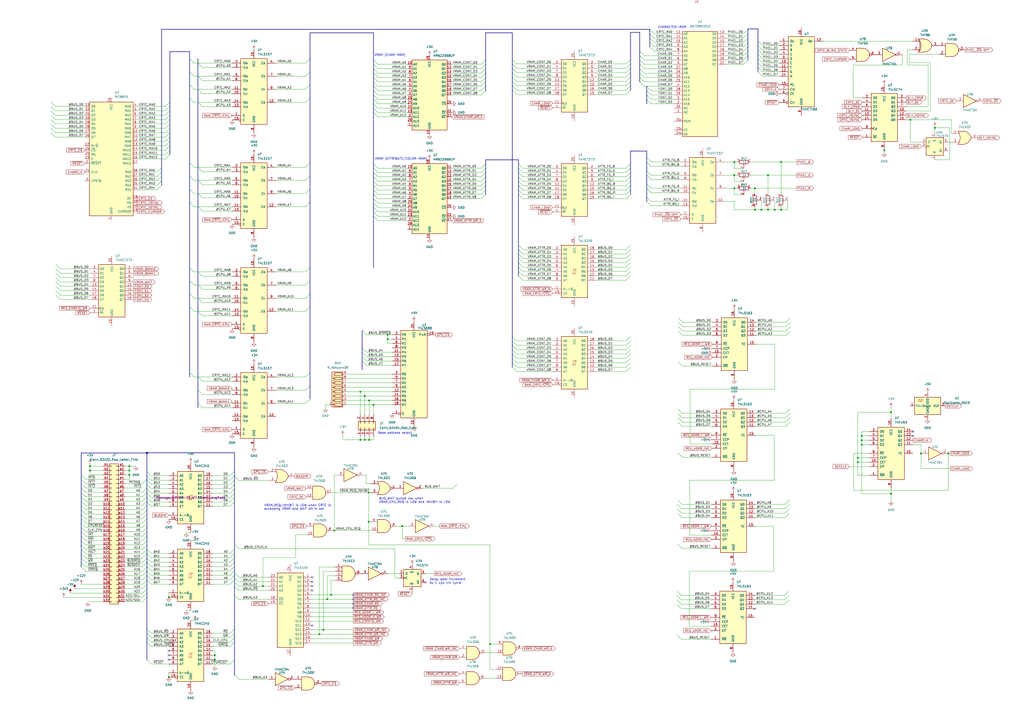
<source format=kicad_sch>
(kicad_sch (version 20211123) (generator eeschema)
  (paper "A2")
  (junction (at 499.872 255.397))
  (junction (at 534.289 263.017))
  (junction (at 185.293 367.919))
  (junction (at 211.582 229.743))
  (junction (at 187.579 365.379))
  (junction (at 449.326 121.666))
  (junction (at 216.662 234.823))
  (junction (at 85.217 262.636))
  (junction (at 124.587 380.111))
  (junction (at 52.197 270.383))
  (junction (at 75.057 270.383))
  (junction (at 284.226 373.634))
  (junction (at 445.516 121.666))
  (junction (at 52.197 272.923))
  (junction (at 224.917 196.723))
  (junction (at 214.122 255.143))
  (junction (at 499.872 257.937))
  (junction (at 512.953 87.249))
  (junction (at 233.299 305.181))
  (junction (at 192.024 345.059))
  (junction (at 425.958 101.6))
  (junction (at 550.037 263.017))
  (junction (at 97.917 346.456))
  (junction (at 453.136 93.98))
  (junction (at 189.865 347.599))
  (junction (at 213.868 285.75))
  (junction (at 214.122 232.283))
  (junction (at 425.958 109.22))
  (junction (at 497.586 268.097))
  (junction (at 437.896 121.666))
  (junction (at 445.516 101.6))
  (junction (at 516.89 239.141))
  (junction (at 209.042 227.203))
  (junction (at 209.042 255.143))
  (junction (at 437.896 109.22))
  (junction (at 211.582 255.143))
  (junction (at 497.586 265.557))
  (junction (at 224.917 194.183))
  (junction (at 528.066 69.469))
  (junction (at 75.057 275.463))
  (junction (at 499.872 252.857))
  (junction (at 97.917 392.811))
  (junction (at 85.217 262.763))
  (junction (at 213.868 302.641))
  (junction (at 516.89 286.385))
  (junction (at 441.706 121.666))
  (junction (at 542.29 74.168))
  (junction (at 193.929 307.721))
  (junction (at 152.527 339.979))
  (junction (at 425.958 93.98))
  (junction (at 75.057 272.923))
  (junction (at 453.136 121.666))
  (junction (at 124.587 382.651))
  (no_connect (at 246.761 337.82))
  (no_connect (at 97.917 382.651))
  (no_connect (at 97.917 380.111))
  (no_connect (at 437.896 353.06))
  (no_connect (at 181.102 337.439))
  (no_connect (at 181.102 334.899))
  (no_connect (at 529.59 252.857))
  (no_connect (at 529.59 250.317))
  (no_connect (at 204.978 345.059))
  (no_connect (at 204.978 350.139))
  (no_connect (at 204.978 352.679))
  (no_connect (at 204.978 347.599))
  (no_connect (at -50.165 233.68))
  (no_connect (at -50.165 226.06))
  (no_connect (at -50.165 220.98))
  (no_connect (at -50.165 223.52))
  (no_connect (at 97.917 377.571))
  (no_connect (at 181.102 339.979))
  (no_connect (at 181.102 342.519))
  (no_connect (at 181.102 362.839))
  (bus_entry (at 303.276 97.536) (size -2.54 -2.54))
  (bus_entry (at 85.217 326.263) (size -2.54 2.54))
  (bus_entry (at 85.217 364.871) (size 2.54 2.54))
  (bus_entry (at 303.276 105.156) (size -2.54 -2.54))
  (bus_entry (at 377.698 101.6) (size -2.54 -2.54))
  (bus_entry (at 377.698 96.52) (size -2.54 -2.54))
  (bus_entry (at 377.698 111.76) (size -2.54 -2.54))
  (bus_entry (at 262.763 283.21) (size 2.54 -2.54))
  (bus_entry (at 138.557 393.954) (size -2.54 -2.54))
  (bus_entry (at 47.117 280.543) (size 2.54 2.54))
  (bus_entry (at 455.168 345.44) (size 2.54 -2.54))
  (bus_entry (at 85.217 285.623) (size -2.54 2.54))
  (bus_entry (at 32.004 66.802) (size -2.54 -2.54))
  (bus_entry (at 47.117 316.103) (size 2.54 2.54))
  (bus_entry (at 442.214 41.656) (size -2.54 -2.54))
  (bus_entry (at 96.012 74.422) (size 2.54 -2.54))
  (bus_entry (at 279.146 115.316) (size 2.54 -2.54))
  (bus_entry (at 117.348 46.736) (size -2.54 -2.54))
  (bus_entry (at 363.22 49.784) (size 2.54 -2.54))
  (bus_entry (at 219.202 117.856) (size -2.54 -2.54))
  (bus_entry (at 219.202 67.818) (size -2.54 -2.54))
  (bus_entry (at 32.004 76.962) (size -2.54 -2.54))
  (bus_entry (at 303.276 115.316) (size -2.54 -2.54))
  (bus_entry (at 299.72 207.899) (size -2.54 -2.54))
  (bus_entry (at 299.72 212.979) (size -2.54 -2.54))
  (bus_entry (at 395.478 292.608) (size -2.54 -2.54))
  (bus_entry (at 34.925 166.116) (size -2.54 -2.54))
  (bus_entry (at 303.276 110.236) (size -2.54 -2.54))
  (bus_entry (at 363.22 47.244) (size 2.54 -2.54))
  (bus_entry (at 455.422 292.608) (size 2.54 -2.54))
  (bus_entry (at 136.017 369.951) (size -2.54 2.54))
  (bus_entry (at 455.93 192.024) (size 2.54 -2.54))
  (bus_entry (at 395.478 318.008) (size -2.54 -2.54))
  (bus_entry (at 117.348 61.976) (size -2.54 -2.54))
  (bus_entry (at 138.43 342.519) (size -2.54 -2.54))
  (bus_entry (at 219.202 44.958) (size -2.54 -2.54))
  (bus_entry (at 34.925 171.196) (size -2.54 -2.54))
  (bus_entry (at 395.224 353.06) (size -2.54 -2.54))
  (bus_entry (at 279.146 39.878) (size 2.54 -2.54))
  (bus_entry (at 34.925 173.736) (size -2.54 -2.54))
  (bus_entry (at 47.117 318.643) (size 2.54 2.54))
  (bus_entry (at 85.217 295.783) (size -2.54 2.54))
  (bus_entry (at 85.217 331.216) (size 2.54 2.54))
  (bus_entry (at 363.22 44.704) (size 2.54 -2.54))
  (bus_entry (at 85.217 318.516) (size 2.54 2.54))
  (bus_entry (at 363.22 207.899) (size 2.54 -2.54))
  (bus_entry (at 279.146 100.076) (size 2.54 -2.54))
  (bus_entry (at 279.146 44.958) (size 2.54 -2.54))
  (bus_entry (at 395.986 186.944) (size -2.54 -2.54))
  (bus_entry (at 96.012 66.802) (size 2.54 -2.54))
  (bus_entry (at 373.634 47.498) (size -2.54 -2.54))
  (bus_entry (at 363.22 212.979) (size 2.54 -2.54))
  (bus_entry (at 85.217 318.643) (size -2.54 2.54))
  (bus_entry (at 395.732 244.856) (size -2.54 -2.54))
  (bus_entry (at 219.202 125.476) (size -2.54 -2.54))
  (bus_entry (at 431.292 22.098) (size 2.54 -2.54))
  (bus_entry (at 279.146 50.038) (size 2.54 -2.54))
  (bus_entry (at 219.202 102.616) (size -2.54 -2.54))
  (bus_entry (at 177.292 119.888) (size 2.54 -2.54))
  (bus_entry (at 112.522 97.028) (size -2.54 -2.54))
  (bus_entry (at 303.276 112.776) (size -2.54 -2.54))
  (bus_entry (at 395.732 265.176) (size -2.54 -2.54))
  (bus_entry (at 112.522 59.436) (size -2.54 -2.54))
  (bus_entry (at 85.217 321.183) (size -2.54 2.54))
  (bus_entry (at 32.004 79.502) (size -2.54 -2.54))
  (bus_entry (at 431.292 29.718) (size 2.54 -2.54))
  (bus_entry (at 133.477 293.751) (size 2.54 -2.54))
  (bus_entry (at 85.217 328.676) (size 2.54 2.54))
  (bus_entry (at 34.925 161.036) (size -2.54 -2.54))
  (bus_entry (at 49.657 300.863) (size -2.54 -2.54))
  (bus_entry (at 395.986 194.564) (size -2.54 -2.54))
  (bus_entry (at 279.146 107.696) (size 2.54 -2.54))
  (bus_entry (at 363.22 162.56) (size 2.54 -2.54))
  (bus_entry (at 85.217 290.703) (size -2.54 2.54))
  (bus_entry (at 363.22 102.616) (size 2.54 -2.54))
  (bus_entry (at 455.93 194.564) (size 2.54 -2.54))
  (bus_entry (at 299.72 205.359) (size -2.54 -2.54))
  (bus_entry (at 219.202 122.936) (size -2.54 -2.54))
  (bus_entry (at 431.292 19.558) (size 2.54 -2.54))
  (bus_entry (at 299.72 210.439) (size -2.54 -2.54))
  (bus_entry (at 303.276 100.076) (size -2.54 -2.54))
  (bus_entry (at 373.634 34.798) (size -2.54 -2.54))
  (bus_entry (at 395.986 192.024) (size -2.54 -2.54))
  (bus_entry (at 442.214 34.036) (size -2.54 -2.54))
  (bus_entry (at 49.657 290.703) (size -2.54 -2.54))
  (bus_entry (at 455.676 247.396) (size 2.54 -2.54))
  (bus_entry (at 47.117 313.563) (size 2.54 2.54))
  (bus_entry (at 136.017 336.296) (size -2.54 2.54))
  (bus_entry (at 395.224 345.44) (size -2.54 -2.54))
  (bus_entry (at 82.677 280.543) (size 2.54 -2.54))
  (bus_entry (at 299.72 215.519) (size -2.54 -2.54))
  (bus_entry (at 117.348 183.134) (size -2.54 -2.54))
  (bus_entry (at 85.217 333.883) (size -2.54 2.54))
  (bus_entry (at 87.757 283.591) (size -2.54 -2.54))
  (bus_entry (at 136.017 372.491) (size -2.54 2.54))
  (bus_entry (at 279.146 112.776) (size 2.54 -2.54))
  (bus_entry (at 49.657 288.163) (size -2.54 -2.54))
  (bus_entry (at 112.522 104.648) (size -2.54 -2.54))
  (bus_entry (at 395.478 295.148) (size -2.54 -2.54))
  (bus_entry (at 117.348 54.356) (size -2.54 -2.54))
  (bus_entry (at 219.202 62.738) (size -2.54 -2.54))
  (bus_entry (at 136.017 333.756) (size -2.54 2.54))
  (bus_entry (at 299.72 42.164) (size -2.54 -2.54))
  (bus_entry (at 379.476 24.638) (size -2.54 -2.54))
  (bus_entry (at 279.146 110.236) (size 2.54 -2.54))
  (bus_entry (at 138.43 334.899) (size -2.54 -2.54))
  (bus_entry (at 363.22 110.236) (size 2.54 -2.54))
  (bus_entry (at 363.22 152.4) (size 2.54 -2.54))
  (bus_entry (at 47.117 326.263) (size 2.54 2.54))
  (bus_entry (at 85.217 326.136) (size 2.54 2.54))
  (bus_entry (at 87.757 286.131) (size -2.54 -2.54))
  (bus_entry (at 373.634 50.038) (size -2.54 -2.54))
  (bus_entry (at 363.22 52.324) (size 2.54 -2.54))
  (bus_entry (at 219.202 42.418) (size -2.54 -2.54))
  (bus_entry (at 87.757 288.671) (size -2.54 -2.54))
  (bus_entry (at 47.117 311.023) (size 2.54 2.54))
  (bus_entry (at 136.017 326.136) (size -2.54 2.54))
  (bus_entry (at 455.93 189.484) (size 2.54 -2.54))
  (bus_entry (at 377.698 104.14) (size -2.54 -2.54))
  (bus_entry (at 47.117 303.403) (size 2.54 2.54))
  (bus_entry (at 138.684 318.389) (size -2.54 -2.54))
  (bus_entry (at 177.292 172.974) (size 2.54 -2.54))
  (bus_entry (at 373.634 39.878) (size -2.54 -2.54))
  (bus_entry (at 133.477 291.211) (size 2.54 -2.54))
  (bus_entry (at 299.72 52.324) (size -2.54 -2.54))
  (bus_entry (at 133.477 288.671) (size 2.54 -2.54))
  (bus_entry (at 85.217 283.083) (size -2.54 2.54))
  (bus_entry (at 133.477 286.131) (size 2.54 -2.54))
  (bus_entry (at 112.522 165.354) (size -2.54 -2.54))
  (bus_entry (at 219.202 65.278) (size -2.54 -2.54))
  (bus_entry (at 395.732 242.316) (size -2.54 -2.54))
  (bus_entry (at 138.43 339.979) (size -2.54 -2.54))
  (bus_entry (at 363.22 210.439) (size 2.54 -2.54))
  (bus_entry (at 85.217 323.723) (size -2.54 2.54))
  (bus_entry (at 299.72 37.084) (size -2.54 -2.54))
  (bus_entry (at 303.276 157.48) (size -2.54 -2.54))
  (bus_entry (at 363.22 37.084) (size 2.54 -2.54))
  (bus_entry (at 363.22 54.864) (size 2.54 -2.54))
  (bus_entry (at 303.276 147.32) (size -2.54 -2.54))
  (bus_entry (at 431.292 24.638) (size 2.54 -2.54))
  (bus_entry (at 299.72 44.704) (size -2.54 -2.54))
  (bus_entry (at 299.72 54.864) (size -2.54 -2.54))
  (bus_entry (at 96.012 89.662) (size 2.54 -2.54))
  (bus_entry (at 363.22 215.519) (size 2.54 -2.54))
  (bus_entry (at 49.657 293.243) (size -2.54 -2.54))
  (bus_entry (at 219.202 120.396) (size -2.54 -2.54))
  (bus_entry (at 219.202 97.536) (size -2.54 -2.54))
  (bus_entry (at 219.202 37.338) (size -2.54 -2.54))
  (bus_entry (at 210.058 209.423) (size 2.54 2.54))
  (bus_entry (at 303.276 149.86) (size -2.54 -2.54))
  (bus_entry (at 117.348 107.188) (size -2.54 -2.54))
  (bus_entry (at 363.22 147.32) (size 2.54 -2.54))
  (bus_entry (at 455.168 350.52) (size 2.54 -2.54))
  (bus_entry (at 49.657 298.323) (size -2.54 -2.54))
  (bus_entry (at 373.634 42.418) (size -2.54 -2.54))
  (bus_entry (at 85.217 331.343) (size -2.54 2.54))
  (bus_entry (at 32.004 64.262) (size -2.54 -2.54))
  (bus_entry (at 85.217 341.503) (size -2.54 2.54))
  (bus_entry (at 117.348 160.274) (size -2.54 -2.54))
  (bus_entry (at 85.217 305.943) (size -2.54 2.54))
  (bus_entry (at 96.012 76.962) (size 2.54 -2.54))
  (bus_entry (at 117.348 99.568) (size -2.54 -2.54))
  (bus_entry (at 96.012 64.262) (size 2.54 -2.54))
  (bus_entry (at 177.292 51.816) (size 2.54 -2.54))
  (bus_entry (at 117.348 175.514) (size -2.54 -2.54))
  (bus_entry (at 395.986 189.484) (size -2.54 -2.54))
  (bus_entry (at 85.217 323.596) (size 2.54 2.54))
  (bus_entry (at 455.422 297.688) (size 2.54 -2.54))
  (bus_entry (at 47.117 278.003) (size 2.54 2.54))
  (bus_entry (at 138.43 347.599) (size -2.54 -2.54))
  (bus_entry (at 112.522 36.576) (size -2.54 -2.54))
  (bus_entry (at 136.017 364.871) (size -2.54 2.54))
  (bus_entry (at 177.292 218.694) (size 2.54 -2.54))
  (bus_entry (at 442.214 31.496) (size -2.54 -2.54))
  (bus_entry (at 219.202 110.236) (size -2.54 -2.54))
  (bus_entry (at 303.276 154.94) (size -2.54 -2.54))
  (bus_entry (at 377.698 119.38) (size -2.54 -2.54))
  (bus_entry (at 219.202 128.016) (size -2.54 -2.54))
  (bus_entry (at 117.348 236.474) (size -2.54 -2.54))
  (bus_entry (at 395.986 212.344) (size -2.54 -2.54))
  (bus_entry (at 96.012 71.882) (size 2.54 -2.54))
  (bus_entry (at 136.017 318.516) (size -2.54 2.54))
  (bus_entry (at 303.276 152.4) (size -2.54 -2.54))
  (bus_entry (at 85.217 311.023) (size -2.54 2.54))
  (bus_entry (at 299.72 197.739) (size -2.54 -2.54))
  (bus_entry (at 395.478 297.688) (size -2.54 -2.54))
  (bus_entry (at 219.202 50.038) (size -2.54 -2.54))
  (bus_entry (at 455.422 295.148) (size 2.54 -2.54))
  (bus_entry (at 363.22 100.076) (size 2.54 -2.54))
  (bus_entry (at 379.476 22.098) (size -2.54 -2.54))
  (bus_entry (at 177.292 165.354) (size 2.54 -2.54))
  (bus_entry (at 455.676 242.316) (size 2.54 -2.54))
  (bus_entry (at 219.202 60.198) (size -2.54 -2.54))
  (bus_entry (at 363.22 200.279) (size 2.54 -2.54))
  (bus_entry (at 442.214 28.956) (size -2.54 -2.54))
  (bus_entry (at 363.22 39.624) (size 2.54 -2.54))
  (bus_entry (at 85.217 369.951) (size 2.54 2.54))
  (bus_entry (at 455.168 347.98) (size 2.54 -2.54))
  (bus_entry (at 117.348 39.116) (size -2.54 -2.54))
  (bus_entry (at 91.186 99.822) (size 2.54 -2.54))
  (bus_entry (at 96.012 82.042) (size 2.54 -2.54))
  (bus_entry (at 395.224 370.84) (size -2.54 -2.54))
  (bus_entry (at 96.012 87.122) (size 2.54 -2.54))
  (bus_entry (at 112.522 119.888) (size -2.54 -2.54))
  (bus_entry (at 379.476 27.178) (size -2.54 -2.54))
  (bus_entry (at 299.72 39.624) (size -2.54 -2.54))
  (bus_entry (at 112.522 172.974) (size -2.54 -2.54))
  (bus_entry (at 219.202 39.878) (size -2.54 -2.54))
  (bus_entry (at 219.202 105.156) (size -2.54 -2.54))
  (bus_entry (at 279.146 55.118) (size 2.54 -2.54))
  (bus_entry (at 303.276 102.616) (size -2.54 -2.54))
  (bus_entry (at 177.292 104.648) (size 2.54 -2.54))
  (bus_entry (at 177.292 112.268) (size 2.54 -2.54))
  (bus_entry (at 96.012 79.502) (size 2.54 -2.54))
  (bus_entry (at 303.276 144.78) (size -2.54 -2.54))
  (bus_entry (at 177.292 36.576) (size 2.54 -2.54))
  (bus_entry (at 373.634 44.958) (size -2.54 -2.54))
  (bus_entry (at 85.217 367.411) (size 2.54 2.54))
  (bus_entry (at 96.012 61.722) (size 2.54 -2.54))
  (bus_entry (at 363.22 197.739) (size 2.54 -2.54))
  (bus_entry (at 377.698 93.98) (size -2.54 -2.54))
  (bus_entry (at 138.557 278.765) (size -2.54 -2.54))
  (bus_entry (at 85.217 338.963) (size -2.54 2.54))
  (bus_entry (at 112.522 218.694) (size -2.54 -2.54))
  (bus_entry (at 363.22 144.78) (size 2.54 -2.54))
  (bus_entry (at 363.22 42.164) (size 2.54 -2.54))
  (bus_entry (at 85.217 293.243) (size -2.54 2.54))
  (bus_entry (at 219.202 55.118) (size -2.54 -2.54))
  (bus_entry (at 91.186 104.902) (size 2.54 -2.54))
  (bus_entry (at 85.217 344.043) (size -2.54 2.54))
  (bus_entry (at 177.292 44.196) (size 2.54 -2.54))
  (bus_entry (at 47.117 328.803) (size 2.54 2.54))
  (bus_entry (at 219.202 115.316) (size -2.54 -2.54))
  (bus_entry (at 91.186 107.442) (size 2.54 -2.54))
  (bus_entry (at 85.217 303.403) (size -2.54 2.54))
  (bus_entry (at 395.478 300.228) (size -2.54 -2.54))
  (bus_entry (at 442.214 36.576) (size -2.54 -2.54))
  (bus_entry (at 363.22 157.48) (size 2.54 -2.54))
  (bus_entry (at 87.757 293.751) (size -2.54 -2.54))
  (bus_entry (at 85.217 336.423) (size -2.54 2.54))
  (bus_entry (at 85.217 298.323) (size -2.54 2.54))
  (bus_entry (at 219.202 47.498) (size -2.54 -2.54))
  (bus_entry (at 303.276 160.02) (size -2.54 -2.54))
  (bus_entry (at 34.925 155.956) (size -2.54 -2.54))
  (bus_entry (at 85.217 328.803) (size -2.54 2.54))
  (bus_entry (at 279.146 52.578) (size 2.54 -2.54))
  (bus_entry (at 379.476 29.718) (size -2.54 -2.54))
  (bus_entry (at 177.292 59.436) (size 2.54 -2.54))
  (bus_entry (at 219.202 100.076) (size -2.54 -2.54))
  (bus_entry (at 49.657 295.783) (size -2.54 -2.54))
  (bus_entry (at 219.202 52.578) (size -2.54 -2.54))
  (bus_entry (at 303.276 162.56) (size -2.54 -2.54))
  (bus_entry (at 442.214 39.116) (size -2.54 -2.54))
  (bus_entry (at 177.292 180.594) (size 2.54 -2.54))
  (bus_entry (at 133.477 283.591) (size 2.54 -2.54))
  (bus_entry (at 85.217 336.296) (size 2.54 2.54))
  (bus_entry (at 363.22 105.156) (size 2.54 -2.54))
  (bus_entry (at 32.004 69.342) (size -2.54 -2.54))
  (bus_entry (at 133.477 278.511) (size 2.54 -2.54))
  (bus_entry (at 455.422 300.228) (size 2.54 -2.54))
  (bus_entry (at 377.698 57.658) (size -2.54 -2.54))
  (bus_entry (at 112.522 180.594) (size -2.54 -2.54))
  (bus_entry (at 395.732 239.776) (size -2.54 -2.54))
  (bus_entry (at 47.117 308.483) (size 2.54 2.54))
  (bus_entry (at 219.202 57.658) (size -2.54 -2.54))
  (bus_entry (at 87.757 291.211) (size -2.54 -2.54))
  (bus_entry (at 85.217 288.163) (size -2.54 2.54))
  (bus_entry (at 431.292 32.258) (size 2.54 -2.54))
  (bus_entry (at 442.214 26.416) (size -2.54 -2.54))
  (bus_entry (at 299.72 49.784) (size -2.54 -2.54))
  (bus_entry (at 85.217 346.583) (size -2.54 2.54))
  (bus_entry (at 373.634 32.258) (size -2.54 -2.54))
  (bus_entry (at 377.698 60.198) (size -2.54 -2.54))
  (bus_entry (at 219.202 112.776) (size -2.54 -2.54))
  (bus_entry (at 117.348 167.894) (size -2.54 -2.54))
  (bus_entry (at 395.732 247.396) (size -2.54 -2.54))
  (bus_entry (at 363.22 154.94) (size 2.54 -2.54))
  (bus_entry (at 377.698 116.84) (size -2.54 -2.54))
  (bus_entry (at 136.017 328.676) (size -2.54 2.54))
  (bus_entry (at 85.217 382.651) (size 2.54 2.54))
  (bus_entry (at 442.214 44.196) (size -2.54 -2.54))
  (bus_entry (at 87.757 278.511) (size -2.54 -2.54))
  (bus_entry (at 34.925 163.576) (size -2.54 -2.54))
  (bus_entry (at 177.292 157.734) (size 2.54 -2.54))
  (bus_entry (at 49.657 285.623) (size -2.54 -2.54))
  (bus_entry (at 136.017 323.596) (size -2.54 2.54))
  (bus_entry (at 279.146 42.418) (size 2.54 -2.54))
  (bus_entry (at 85.217 300.863) (size -2.54 2.54))
  (bus_entry (at 34.925 168.656) (size -2.54 -2.54))
  (bus_entry (at 87.757 281.051) (size -2.54 -2.54))
  (bus_entry (at 47.117 305.943) (size 2.54 2.54))
  (bus_entry (at 431.292 34.798) (size 2.54 -2.54))
  (bus_entry (at 96.012 84.582) (size 2.54 -2.54))
  (bus_entry (at 91.186 109.982) (size 2.54 -2.54))
  (bus_entry (at 136.017 321.056) (size -2.54 2.54))
  (bus_entry (at 85.217 372.491) (size 2.54 2.54))
  (bus_entry (at 363.22 107.696) (size 2.54 -2.54))
  (bus_entry (at 299.72 200.279) (size -2.54 -2.54))
  (bus_entry (at 377.698 109.22) (size -2.54 -2.54))
  (bus_entry (at 299.72 202.819) (size -2.54 -2.54))
  (bus_entry (at 219.202 107.696) (size -2.54 -2.54))
  (bus_entry (at 377.698 52.578) (size -2.54 -2.54))
  (bus_entry (at 117.348 228.854) (size -2.54 -2.54))
  (bus_entry (at 133.477 281.051) (size 2.54 -2.54))
  (bus_entry (at 177.292 97.028) (size 2.54 -2.54))
  (bus_entry (at 279.146 97.536) (size 2.54 -2.54))
  (bus_entry (at 34.925 158.496) (size -2.54 -2.54))
  (bus_entry (at 85.217 316.103) (size -2.54 2.54))
  (bus_entry (at 431.292 37.338) (size 2.54 -2.54))
  (bus_entry (at 210.058 204.343) (size 2.54 2.54))
  (bus_entry (at 379.476 19.558) (size -2.54 -2.54))
  (bus_entry (at 96.012 92.202) (size 2.54 -2.54))
  (bus_entry (at 85.217 321.056) (size 2.54 2.54))
  (bus_entry (at 96.012 69.342) (size 2.54 -2.54))
  (bus_entry (at 279.146 47.498) (size 2.54 -2.54))
  (bus_entry (at 395.224 347.98) (size -2.54 -2.54))
  (bus_entry (at 303.276 107.696) (size -2.54 -2.54))
  (bus_entry (at 363.22 160.02) (size 2.54 -2.54))
  (bus_entry (at 377.698 55.118) (size -2.54 -2.54))
  (bus_entry (at 177.292 233.934) (size 2.54 -2.54))
  (bus_entry (at 363.22 149.86) (size 2.54 -2.54))
  (bus_entry (at 395.224 350.52) (size -2.54 -2.54))
  (bus_entry (at 138.43 337.439) (size -2.54 -2.54))
  (bus_entry (at 210.058 201.803) (size 2.54 2.54))
  (bus_entry (at 133.477 275.971) (size 2.54 -2.54))
  (bus_entry (at 455.676 244.856) (size 2.54 -2.54))
  (bus_entry (at 363.22 202.819) (size 2.54 -2.54))
  (bus_entry (at 117.348 122.428) (size -2.54 -2.54))
  (bus_entry (at 117.348 114.808) (size -2.54 -2.54))
  (bus_entry (at 112.522 44.196) (size -2.54 -2.54))
  (bus_entry (at 210.058 191.643) (size 2.54 2.54))
  (bus_entry (at 49.657 303.403) (size -2.54 -2.54))
  (bus_entry (at 32.004 71.882) (size -2.54 -2.54))
  (bus_entry (at 279.146 105.156) (size 2.54 -2.54))
  (bus_entry (at 136.017 382.651) (size -2.54 2.54))
  (bus_entry (at 431.292 27.178) (size 2.54 -2.54))
  (bus_entry (at 85.217 333.756) (size 2.54 2.54))
  (bus_entry (at 363.22 97.536) (size 2.54 -2.54))
  (bus_entry (at 87.757 275.971) (size -2.54 -2.54))
  (bus_entry (at 299.72 47.244) (size -2.54 -2.54))
  (bus_entry (at 32.004 74.422) (size -2.54 -2.54))
  (bus_entry (at 279.146 102.616) (size 2.54 -2.54))
  (bus_entry (at 47.117 321.183) (size 2.54 2.54))
  (bus_entry (at 136.017 331.216) (size -2.54 2.54))
  (bus_entry (at 363.22 115.316) (size 2.54 -2.54))
  (bus_entry (at 373.634 37.338) (size -2.54 -2.54))
  (bus_entry (at 210.058 206.883) (size 2.54 2.54))
  (bus_entry (at 177.292 226.314) (size 2.54 -2.54))
  (bus_entry (at 363.22 112.776) (size 2.54 -2.54))
  (bus_entry (at 455.93 186.944) (size 2.54 -2.54))
  (bus_entry (at 136.017 367.411) (size -2.54 2.54))
  (bus_entry (at 117.348 221.234) (size -2.54 -2.54))
  (bus_entry (at 363.22 205.359) (size 2.54 -2.54))
  (bus_entry (at 85.217 313.563) (size -2.54 2.54))
  (bus_entry (at 279.146 37.338) (size 2.54 -2.54))
  (bus_entry (at 47.117 275.463) (size 2.54 2.54))
  (bus_entry (at 112.522 51.816) (size -2.54 -2.54))
  (bus_entry (at 32.004 61.722) (size -2.54 -2.54))
  (bus_entry (at 47.117 323.723) (size 2.54 2.54))
  (bus_entry (at 91.186 102.362) (size 2.54 -2.54))
  (bus_entry (at 85.217 308.483) (size -2.54 2.54))
  (bus_entry (at 112.522 112.268) (size -2.54 -2.54))
  (bus_entry (at 455.676 239.776) (size 2.54 -2.54))
  (bus_entry (at 112.522 157.734) (size -2.54 -2.54))
  (bus (pts (xy 371.094 39.878) (xy 371.094 37.338)))
  (wire (pts (xy 497.586 239.141) (xy 497.586 265.557)))
  (wire (pts (xy 452.12 34.036) (xy 442.214 34.036)))
  (wire (pts (xy 523.367 37.719) (xy 494.919 37.719)))
  (bus (pts (xy 300.736 112.776) (xy 300.736 141.986)))
  (bus (pts (xy 300.736 102.616) (xy 300.736 105.156)))
  (wire (pts (xy 437.896 121.666) (xy 425.958 121.666)))
  (bus (pts (xy 179.832 216.154) (xy 179.832 223.774)))
  (wire (pts (xy 152.527 339.979) (xy 152.5524 323.4436)))
  (bus (pts (xy 114.808 119.888) (xy 114.808 157.734)))
  (wire (pts (xy 425.958 109.22) (xy 427.736 109.22)))
  (bus (pts (xy 216.662 50.038) (xy 216.662 52.578)))
  (wire (pts (xy 211.582 229.743) (xy 227.457 229.743)))
  (bus (pts (xy 300.736 110.236) (xy 300.736 112.776)))
  (wire (pts (xy 453.136 93.98) (xy 462.026 93.98)))
  (bus (pts (xy 114.808 104.648) (xy 114.808 112.268)))
  (bus (pts (xy 114.808 165.354) (xy 114.808 172.974)))
  (wire (pts (xy 160.02 112.268) (xy 177.292 112.268)))
  (wire (pts (xy 246.761 332.74) (xy 251.841 332.74)))
  (wire (pts (xy 394.97 96.52) (xy 377.698 96.52)))
  (wire (pts (xy 497.586 275.717) (xy 497.586 268.097)))
  (wire (pts (xy 236.474 47.498) (xy 219.202 47.498)))
  (wire (pts (xy 49.657 331.343) (xy 59.817 331.343)))
  (wire (pts (xy 87.757 321.056) (xy 97.917 321.056)))
  (wire (pts (xy 453.136 93.98) (xy 453.136 112.268)))
  (wire (pts (xy 320.548 152.4) (xy 303.276 152.4)))
  (wire (pts (xy 133.477 275.971) (xy 123.317 275.971)))
  (wire (pts (xy 345.948 102.616) (xy 363.22 102.616)))
  (wire (pts (xy 542.29 74.168) (xy 542.29 77.343)))
  (bus (pts (xy 216.662 112.776) (xy 216.662 115.316)))
  (wire (pts (xy 79.756 76.962) (xy 96.012 76.962)))
  (wire (pts (xy 189.865 347.599) (xy 181.102 347.599)))
  (wire (pts (xy 134.62 236.474) (xy 117.348 236.474)))
  (wire (pts (xy 425.958 113.03) (xy 425.958 109.22)))
  (wire (pts (xy 261.874 102.616) (xy 279.146 102.616)))
  (bus (pts (xy 136.017 391.414) (xy 136.017 391.668)))
  (wire (pts (xy 261.874 55.118) (xy 279.146 55.118)))
  (bus (pts (xy 85.217 367.411) (xy 85.217 369.951)))
  (wire (pts (xy 236.474 57.658) (xy 219.202 57.658)))
  (bus (pts (xy 365.76 97.536) (xy 365.76 100.076)))
  (wire (pts (xy 134.62 122.428) (xy 117.348 122.428)))
  (bus (pts (xy 85.217 344.043) (xy 85.217 341.503)))
  (wire (pts (xy 345.948 49.784) (xy 363.22 49.784)))
  (bus (pts (xy 85.217 333.756) (xy 85.217 333.883)))
  (bus (pts (xy 114.808 180.594) (xy 114.808 218.694)))
  (wire (pts (xy 155.829 278.765) (xy 138.557 278.765)))
  (wire (pts (xy 345.948 97.536) (xy 363.22 97.536)))
  (wire (pts (xy 551.18 271.78) (xy 534.289 271.78)))
  (bus (pts (xy 136.017 328.676) (xy 136.017 331.216)))
  (wire (pts (xy 212.471 275.59) (xy 212.471 280.67)))
  (bus (pts (xy 365.76 107.696) (xy 365.76 110.236)))
  (wire (pts (xy 421.386 37.338) (xy 431.292 37.338)))
  (bus (pts (xy 47.117 298.323) (xy 47.117 295.783)))
  (bus (pts (xy 439.674 36.576) (xy 439.674 39.116)))
  (bus (pts (xy 85.217 300.863) (xy 85.217 303.403)))
  (wire (pts (xy 345.948 37.084) (xy 363.22 37.084)))
  (wire (pts (xy 390.906 47.498) (xy 373.634 47.498)))
  (wire (pts (xy 134.62 61.976) (xy 117.348 61.976)))
  (wire (pts (xy 114.808 218.694) (xy 112.522 218.694)))
  (wire (pts (xy 421.386 19.558) (xy 431.292 19.558)))
  (bus (pts (xy 210.058 191.643) (xy 210.058 201.803)))
  (wire (pts (xy 390.906 52.578) (xy 377.698 52.578)))
  (wire (pts (xy 75.057 270.383) (xy 78.867 270.383)))
  (bus (pts (xy 210.058 206.883) (xy 210.058 204.343)))
  (wire (pts (xy 49.657 293.243) (xy 59.817 293.243)))
  (bus (pts (xy 136.017 278.511) (xy 136.017 276.225)))
  (wire (pts (xy 245.491 283.21) (xy 262.763 283.21)))
  (wire (pts (xy 108.077 308.991) (xy 110.617 308.991)))
  (bus (pts (xy 114.808 157.734) (xy 114.808 165.354)))
  (bus (pts (xy 136.017 276.225) (xy 136.017 275.971)))
  (bus (pts (xy 297.18 47.244) (xy 297.18 49.784)))
  (wire (pts (xy 437.896 347.98) (xy 455.168 347.98)))
  (bus (pts (xy 179.832 19.05) (xy 216.662 19.05)))
  (bus (pts (xy 93.726 17.018) (xy 93.726 97.282)))
  (bus (pts (xy 297.18 44.704) (xy 297.18 47.244)))
  (wire (pts (xy 420.37 93.98) (xy 425.958 93.98)))
  (bus (pts (xy 179.832 102.108) (xy 179.832 109.728)))
  (wire (pts (xy 255.143 305.181) (xy 252.349 305.181)))
  (bus (pts (xy 93.726 97.282) (xy 93.726 99.822)))
  (wire (pts (xy 204.978 367.919) (xy 185.293 367.919)))
  (wire (pts (xy 124.587 382.651) (xy 124.587 386.461)))
  (wire (pts (xy 87.757 286.131) (xy 97.917 286.131)))
  (bus (pts (xy 216.662 105.156) (xy 216.662 107.696)))
  (wire (pts (xy 412.496 347.98) (xy 395.224 347.98)))
  (wire (pts (xy 320.548 157.48) (xy 303.276 157.48)))
  (wire (pts (xy 449.072 252.476) (xy 449.072 278.638)))
  (wire (pts (xy 224.917 194.183) (xy 227.457 194.183)))
  (wire (pts (xy 134.62 221.234) (xy 117.348 221.234)))
  (wire (pts (xy 133.477 286.131) (xy 123.317 286.131)))
  (wire (pts (xy 437.896 109.22) (xy 437.896 112.268)))
  (wire (pts (xy 227.457 199.263) (xy 224.917 199.263)))
  (wire (pts (xy 345.948 160.02) (xy 363.22 160.02)))
  (wire (pts (xy 134.62 165.354) (xy 114.808 165.354)))
  (bus (pts (xy 371.094 29.718) (xy 371.094 18.796)))
  (wire (pts (xy 236.474 117.856) (xy 219.202 117.856)))
  (wire (pts (xy 52.197 270.383) (xy 59.817 270.383)))
  (wire (pts (xy 133.477 369.951) (xy 123.317 369.951)))
  (bus (pts (xy 47.117 316.103) (xy 47.117 318.643)))
  (wire (pts (xy 412.75 295.148) (xy 395.478 295.148)))
  (wire (pts (xy 438.15 292.608) (xy 455.422 292.608)))
  (wire (pts (xy 79.756 66.802) (xy 96.012 66.802)))
  (wire (pts (xy 75.057 278.003) (xy 75.057 275.463)))
  (wire (pts (xy 75.057 272.923) (xy 75.057 270.383)))
  (wire (pts (xy 209.042 227.203) (xy 227.457 227.203)))
  (bus (pts (xy 300.736 97.536) (xy 300.736 100.076)))
  (wire (pts (xy 188.722 234.823) (xy 190.627 234.823)))
  (wire (pts (xy 49.276 69.342) (xy 32.004 69.342)))
  (wire (pts (xy 539.75 36.449) (xy 527.558 36.449)))
  (wire (pts (xy 134.62 112.268) (xy 114.808 112.268)))
  (wire (pts (xy 194.564 328.93) (xy 185.293 328.93)))
  (bus (pts (xy 98.552 61.722) (xy 98.552 59.182)))
  (wire (pts (xy 412.75 292.608) (xy 395.478 292.608)))
  (wire (pts (xy 82.677 305.943) (xy 72.517 305.943)))
  (wire (pts (xy 236.474 62.738) (xy 219.202 62.738)))
  (wire (pts (xy 448.818 305.308) (xy 448.818 331.47)))
  (bus (pts (xy 281.686 97.536) (xy 281.686 94.996)))
  (wire (pts (xy 504.19 263.017) (xy 495.3 263.017)))
  (wire (pts (xy 200.787 229.743) (xy 211.582 229.743)))
  (wire (pts (xy 412.496 350.52) (xy 395.224 350.52)))
  (wire (pts (xy 50.927 349.123) (xy 59.817 349.123)))
  (wire (pts (xy 261.874 100.076) (xy 279.146 100.076)))
  (wire (pts (xy 445.516 121.666) (xy 445.516 119.888)))
  (wire (pts (xy 82.677 308.483) (xy 72.517 308.483)))
  (bus (pts (xy 85.217 331.216) (xy 85.217 331.343)))
  (wire (pts (xy 49.657 280.543) (xy 59.817 280.543)))
  (wire (pts (xy 79.756 74.422) (xy 96.012 74.422)))
  (wire (pts (xy 79.756 92.202) (xy 96.012 92.202)))
  (wire (pts (xy 49.657 311.023) (xy 59.817 311.023)))
  (wire (pts (xy 400.05 310.388) (xy 412.75 310.388)))
  (bus (pts (xy 179.832 41.656) (xy 179.832 49.276)))
  (wire (pts (xy 345.948 110.236) (xy 363.22 110.236)))
  (wire (pts (xy 49.276 79.502) (xy 32.004 79.502)))
  (wire (pts (xy 441.706 116.078) (xy 441.706 121.666)))
  (wire (pts (xy 320.548 115.316) (xy 303.276 115.316)))
  (wire (pts (xy 209.042 255.143) (xy 209.042 253.238)))
  (bus (pts (xy 85.217 278.003) (xy 85.217 278.511)))
  (wire (pts (xy 133.477 281.051) (xy 123.317 281.051)))
  (wire (pts (xy 345.948 144.78) (xy 363.22 144.78)))
  (wire (pts (xy 516.89 239.141) (xy 516.89 242.697)))
  (bus (pts (xy 47.117 280.543) (xy 47.117 283.083)))
  (bus (pts (xy 114.808 59.436) (xy 114.808 97.028)))
  (bus (pts (xy 375.158 101.6) (xy 375.158 106.68)))
  (bus (pts (xy 85.217 305.943) (xy 85.217 303.403)))
  (bus (pts (xy 114.808 44.196) (xy 114.808 51.816)))
  (wire (pts (xy 504.19 255.397) (xy 499.872 255.397)))
  (wire (pts (xy 133.477 321.056) (xy 123.317 321.056)))
  (wire (pts (xy 526.288 28.956) (xy 529.209 28.956)))
  (bus (pts (xy 85.217 262.636) (xy 85.217 262.763)))
  (wire (pts (xy 261.874 115.316) (xy 279.146 115.316)))
  (wire (pts (xy 320.548 112.776) (xy 303.276 112.776)))
  (wire (pts (xy 72.517 272.923) (xy 75.057 272.923)))
  (wire (pts (xy 320.548 37.084) (xy 299.72 37.084)))
  (wire (pts (xy 87.757 281.051) (xy 97.917 281.051)))
  (wire (pts (xy 394.97 111.76) (xy 377.698 111.76)))
  (wire (pts (xy 421.386 32.258) (xy 431.292 32.258)))
  (wire (pts (xy 79.756 64.262) (xy 96.012 64.262)))
  (wire (pts (xy 87.757 372.491) (xy 97.917 372.491)))
  (wire (pts (xy 320.548 107.696) (xy 303.276 107.696)))
  (bus (pts (xy 281.686 42.418) (xy 281.686 39.878)))
  (bus (pts (xy 136.017 281.051) (xy 136.017 278.511)))
  (wire (pts (xy 236.474 105.156) (xy 219.202 105.156)))
  (bus (pts (xy 47.117 323.723) (xy 47.117 326.263)))
  (wire (pts (xy 204.978 365.379) (xy 187.579 365.379)))
  (bus (pts (xy 371.094 44.958) (xy 371.094 47.498)))
  (wire (pts (xy 52.197 275.463) (xy 59.817 275.463)))
  (bus (pts (xy 281.686 19.05) (xy 281.686 34.798)))
  (bus (pts (xy 136.017 273.431) (xy 136.017 275.971)))
  (bus (pts (xy 136.017 323.596) (xy 136.017 326.136)))
  (bus (pts (xy 85.217 281.051) (xy 85.217 283.083)))
  (wire (pts (xy 49.657 278.003) (xy 59.817 278.003)))
  (wire (pts (xy 204.978 370.459) (xy 181.102 370.459)))
  (wire (pts (xy 390.906 22.098) (xy 379.476 22.098)))
  (wire (pts (xy 123.317 377.571) (xy 124.587 377.571)))
  (bus (pts (xy 300.736 144.78) (xy 300.736 147.32)))
  (wire (pts (xy 82.677 288.163) (xy 72.517 288.163)))
  (bus (pts (xy 375.158 93.98) (xy 375.158 99.06)))
  (bus (pts (xy 98.552 66.802) (xy 98.552 64.262)))
  (wire (pts (xy 425.958 116.84) (xy 420.37 116.84)))
  (bus (pts (xy 114.808 36.576) (xy 114.808 44.196)))
  (wire (pts (xy 82.677 346.583) (xy 72.517 346.583)))
  (bus (pts (xy 85.217 326.263) (xy 85.217 328.676)))
  (wire (pts (xy 394.97 104.14) (xy 377.698 104.14)))
  (wire (pts (xy 209.042 227.203) (xy 209.042 240.538)))
  (bus (pts (xy 297.18 205.359) (xy 297.18 202.819)))
  (wire (pts (xy 420.37 109.22) (xy 425.958 109.22)))
  (bus (pts (xy 216.662 57.658) (xy 216.662 60.198)))
  (bus (pts (xy 114.808 51.816) (xy 114.808 59.436)))
  (bus (pts (xy 300.736 94.996) (xy 300.736 97.536)))
  (bus (pts (xy 47.117 293.243) (xy 47.117 290.703)))
  (wire (pts (xy 133.477 367.411) (xy 123.317 367.411)))
  (wire (pts (xy 49.276 71.882) (xy 32.004 71.882)))
  (bus (pts (xy 136.017 333.756) (xy 136.017 336.296)))
  (wire (pts (xy 438.658 189.484) (xy 455.93 189.484)))
  (bus (pts (xy 179.832 117.348) (xy 179.832 155.194)))
  (wire (pts (xy 425.958 97.79) (xy 425.958 93.98)))
  (bus (pts (xy 216.662 107.696) (xy 216.662 110.236)))
  (wire (pts (xy 133.477 323.596) (xy 123.317 323.596)))
  (wire (pts (xy 534.289 263.017) (xy 534.797 263.017)))
  (wire (pts (xy 534.289 263.017) (xy 534.289 257.937)))
  (wire (pts (xy 512.953 87.249) (xy 512.953 88.519)))
  (bus (pts (xy 439.674 34.036) (xy 439.674 31.496)))
  (bus (pts (xy 85.217 262.763) (xy 85.217 273.431)))
  (wire (pts (xy 320.548 210.439) (xy 299.72 210.439)))
  (bus (pts (xy 433.832 22.098) (xy 433.832 19.558)))
  (bus (pts (xy 98.552 69.342) (xy 98.552 66.802)))
  (wire (pts (xy 320.548 54.864) (xy 299.72 54.864)))
  (wire (pts (xy 200.787 217.043) (xy 227.457 217.043)))
  (wire (pts (xy 97.917 390.271) (xy 97.917 392.811)))
  (wire (pts (xy 261.874 44.958) (xy 279.146 44.958)))
  (bus (pts (xy 297.18 210.439) (xy 297.18 212.979)))
  (bus (pts (xy 114.808 218.694) (xy 114.808 226.314)))
  (bus (pts (xy 109.982 41.656) (xy 109.982 49.276)))
  (wire (pts (xy 79.756 69.342) (xy 96.012 69.342)))
  (bus (pts (xy 365.76 44.704) (xy 365.76 42.164)))
  (wire (pts (xy 212.598 194.183) (xy 224.917 194.183)))
  (bus (pts (xy 216.662 37.338) (xy 216.662 39.878)))
  (wire (pts (xy 320.548 39.624) (xy 299.72 39.624)))
  (wire (pts (xy 236.474 65.278) (xy 219.202 65.278)))
  (wire (pts (xy 239.141 342.9) (xy 239.141 344.551)))
  (wire (pts (xy 390.906 44.958) (xy 373.634 44.958)))
  (wire (pts (xy 133.477 293.751) (xy 123.317 293.751)))
  (wire (pts (xy 213.868 302.641) (xy 213.868 285.75)))
  (wire (pts (xy 82.677 298.323) (xy 72.517 298.323)))
  (bus (pts (xy 216.662 34.798) (xy 216.662 37.338)))
  (wire (pts (xy 390.906 57.658) (xy 377.698 57.658)))
  (wire (pts (xy 261.874 112.776) (xy 279.146 112.776)))
  (wire (pts (xy 82.677 295.783) (xy 72.517 295.783)))
  (bus (pts (xy 179.832 56.896) (xy 179.832 94.488)))
  (wire (pts (xy 204.978 355.219) (xy 181.102 355.219)))
  (bus (pts (xy 216.662 97.536) (xy 216.662 100.076)))
  (wire (pts (xy 394.97 109.22) (xy 377.698 109.22)))
  (wire (pts (xy 421.386 24.638) (xy 431.292 24.638)))
  (bus (pts (xy 371.094 32.258) (xy 371.094 29.718)))
  (wire (pts (xy 87.757 328.676) (xy 97.917 328.676)))
  (wire (pts (xy 412.75 300.228) (xy 395.478 300.228)))
  (wire (pts (xy 198.882 252.603) (xy 198.882 255.143)))
  (wire (pts (xy 538.353 37.719) (xy 526.288 37.719)))
  (wire (pts (xy 155.702 337.439) (xy 138.43 337.439)))
  (wire (pts (xy 160.02 44.196) (xy 177.292 44.196)))
  (wire (pts (xy 236.474 100.076) (xy 219.202 100.076)))
  (wire (pts (xy 49.276 66.802) (xy 32.004 66.802)))
  (wire (pts (xy 499.872 252.857) (xy 499.872 255.397)))
  (wire (pts (xy 188.722 234.823) (xy 188.722 236.728)))
  (bus (pts (xy 281.686 37.338) (xy 281.686 34.798)))
  (bus (pts (xy 375.158 91.44) (xy 375.158 93.98)))
  (wire (pts (xy 133.477 326.136) (xy 123.317 326.136)))
  (bus (pts (xy 85.217 344.043) (xy 85.217 346.583)))
  (bus (pts (xy 85.217 293.243) (xy 85.217 291.211)))
  (bus (pts (xy 433.832 32.258) (xy 433.832 34.798)))
  (wire (pts (xy 550.037 284.353) (xy 550.037 263.017)))
  (wire (pts (xy 134.62 59.436) (xy 114.808 59.436)))
  (bus (pts (xy 47.117 285.623) (xy 47.117 283.083)))
  (wire (pts (xy 43.307 341.503) (xy 59.817 341.503)))
  (wire (pts (xy 211.582 255.143) (xy 214.122 255.143)))
  (bus (pts (xy 216.662 52.578) (xy 216.662 55.118)))
  (bus (pts (xy 85.217 283.591) (xy 85.217 283.083)))
  (wire (pts (xy 320.548 154.94) (xy 303.276 154.94)))
  (bus (pts (xy 376.936 19.558) (xy 376.936 22.098)))
  (wire (pts (xy 233.299 305.181) (xy 233.299 312.547)))
  (bus (pts (xy 281.686 47.498) (xy 281.686 44.958)))
  (wire (pts (xy 390.906 19.558) (xy 379.476 19.558)))
  (wire (pts (xy 79.756 84.582) (xy 96.012 84.582)))
  (wire (pts (xy 204.978 372.999) (xy 181.102 372.999)))
  (bus (pts (xy 433.832 16.764) (xy 439.674 16.764)))
  (wire (pts (xy 320.548 200.279) (xy 299.72 200.279)))
  (bus (pts (xy 216.662 39.878) (xy 216.662 42.418)))
  (wire (pts (xy 124.587 380.111) (xy 124.587 382.651)))
  (wire (pts (xy 413.258 189.484) (xy 395.986 189.484)))
  (wire (pts (xy 72.517 270.383) (xy 75.057 270.383)))
  (wire (pts (xy 345.948 42.164) (xy 363.22 42.164)))
  (wire (pts (xy 79.756 87.122) (xy 96.012 87.122)))
  (bus (pts (xy 375.158 99.06) (xy 375.158 101.6)))
  (bus (pts (xy 281.686 52.578) (xy 281.686 50.038)))
  (wire (pts (xy 421.386 27.178) (xy 431.292 27.178)))
  (bus (pts (xy 85.217 328.803) (xy 85.217 331.216)))
  (bus (pts (xy 216.662 62.738) (xy 216.662 65.278)))
  (bus (pts (xy 433.832 24.638) (xy 433.832 22.098)))
  (wire (pts (xy 160.02 226.314) (xy 177.292 226.314)))
  (bus (pts (xy 216.662 47.498) (xy 216.662 50.038)))
  (wire (pts (xy 261.874 107.696) (xy 279.146 107.696)))
  (wire (pts (xy 49.657 283.083) (xy 59.817 283.083)))
  (bus (pts (xy 216.662 55.118) (xy 216.662 57.658)))
  (wire (pts (xy 75.057 275.463) (xy 75.057 272.923)))
  (wire (pts (xy 134.62 157.734) (xy 114.808 157.734)))
  (bus (pts (xy 85.217 321.183) (xy 85.217 323.596)))
  (bus (pts (xy 93.726 104.902) (xy 93.726 107.442)))
  (bus (pts (xy 297.18 205.359) (xy 297.18 207.899)))
  (wire (pts (xy 204.978 350.139) (xy 181.102 350.139)))
  (wire (pts (xy 82.677 338.963) (xy 72.517 338.963)))
  (bus (pts (xy 365.76 49.784) (xy 365.76 52.324)))
  (wire (pts (xy 449.326 121.666) (xy 445.516 121.666)))
  (bus (pts (xy 85.217 313.563) (xy 85.217 316.103)))
  (wire (pts (xy 155.702 334.899) (xy 138.43 334.899)))
  (wire (pts (xy 40.767 344.043) (xy 59.817 344.043)))
  (bus (pts (xy 179.832 162.814) (xy 179.832 170.434)))
  (bus (pts (xy 109.982 94.488) (xy 109.982 102.108)))
  (wire (pts (xy 187.579 365.379) (xy 181.102 365.379)))
  (wire (pts (xy 412.75 318.008) (xy 395.478 318.008)))
  (bus (pts (xy 297.18 44.704) (xy 297.18 42.164)))
  (bus (pts (xy 47.117 321.183) (xy 47.117 323.723)))
  (bus (pts (xy 136.017 372.491) (xy 136.017 382.651)))
  (wire (pts (xy 236.474 50.038) (xy 219.202 50.038)))
  (wire (pts (xy 284.226 373.634) (xy 287.909 373.634)))
  (bus (pts (xy 376.936 17.018) (xy 376.936 19.558)))
  (bus (pts (xy 114.808 97.028) (xy 114.808 104.648)))
  (bus (pts (xy 136.017 291.211) (xy 136.017 318.516)))
  (wire (pts (xy 345.948 200.279) (xy 363.22 200.279)))
  (wire (pts (xy 320.548 149.86) (xy 303.276 149.86)))
  (bus (pts (xy 85.217 318.643) (xy 85.217 318.516)))
  (wire (pts (xy 236.474 39.878) (xy 219.202 39.878)))
  (wire (pts (xy 320.548 197.739) (xy 299.72 197.739)))
  (wire (pts (xy 495.3 263.017) (xy 495.3 284.353)))
  (wire (pts (xy 413.258 194.564) (xy 395.986 194.564)))
  (wire (pts (xy 235.204 312.547) (xy 233.299 312.547)))
  (wire (pts (xy 287.782 388.366) (xy 284.226 388.366)))
  (wire (pts (xy 82.677 293.243) (xy 72.517 293.243)))
  (bus (pts (xy 281.686 100.076) (xy 281.686 97.536)))
  (wire (pts (xy 200.787 224.663) (xy 227.457 224.663)))
  (wire (pts (xy 213.868 302.641) (xy 215.011 302.641)))
  (wire (pts (xy 87.757 323.596) (xy 97.917 323.596)))
  (bus (pts (xy 109.982 56.896) (xy 109.982 94.488)))
  (wire (pts (xy 390.906 39.878) (xy 373.634 39.878)))
  (wire (pts (xy 124.587 377.571) (xy 124.587 380.111)))
  (bus (pts (xy 297.18 42.164) (xy 297.18 39.624)))
  (wire (pts (xy 534.289 271.78) (xy 534.289 263.017)))
  (wire (pts (xy 49.657 288.163) (xy 59.817 288.163)))
  (bus (pts (xy 439.674 28.956) (xy 439.674 26.416)))
  (bus (pts (xy 210.058 204.343) (xy 210.058 201.803)))
  (bus (pts (xy 136.017 336.296) (xy 136.017 364.871)))
  (wire (pts (xy 49.657 303.403) (xy 59.817 303.403)))
  (bus (pts (xy 47.117 288.163) (xy 47.117 285.623)))
  (wire (pts (xy 525.653 61.849) (xy 538.353 61.849)))
  (bus (pts (xy 109.982 162.814) (xy 109.982 170.434)))
  (wire (pts (xy 155.829 393.954) (xy 138.557 393.954)))
  (bus (pts (xy 375.158 52.578) (xy 375.158 55.118)))
  (bus (pts (xy 109.982 29.972) (xy 98.552 29.972)))
  (wire (pts (xy 228.981 335.28) (xy 231.521 335.28)))
  (wire (pts (xy 499.872 255.397) (xy 499.872 257.937)))
  (wire (pts (xy 320.548 212.979) (xy 299.72 212.979)))
  (bus (pts (xy 300.736 149.86) (xy 300.736 152.4)))
  (wire (pts (xy 49.657 313.563) (xy 59.817 313.563)))
  (wire (pts (xy 152.5524 323.4436) (xy 171.45 323.4436)))
  (wire (pts (xy 82.677 326.263) (xy 72.517 326.263)))
  (wire (pts (xy 171.45 310.261) (xy 178.054 310.261)))
  (wire (pts (xy 236.474 97.536) (xy 219.202 97.536)))
  (wire (pts (xy 114.808 59.436) (xy 112.522 59.436)))
  (wire (pts (xy 236.474 44.958) (xy 219.202 44.958)))
  (wire (pts (xy 87.757 275.971) (xy 97.917 275.971)))
  (wire (pts (xy 550.926 92.583) (xy 550.926 74.168)))
  (wire (pts (xy 49.657 298.323) (xy 59.817 298.323)))
  (wire (pts (xy 345.948 215.519) (xy 363.22 215.519)))
  (wire (pts (xy 82.677 318.643) (xy 72.517 318.643)))
  (wire (pts (xy 212.598 209.423) (xy 227.457 209.423)))
  (wire (pts (xy 236.474 52.578) (xy 219.202 52.578)))
  (wire (pts (xy 212.598 206.883) (xy 227.457 206.883)))
  (wire (pts (xy 534.289 257.937) (xy 529.59 257.937)))
  (wire (pts (xy 133.477 385.191) (xy 123.317 385.191)))
  (wire (pts (xy 49.657 323.723) (xy 59.817 323.723)))
  (bus (pts (xy 47.117 300.863) (xy 47.117 298.323)))
  (wire (pts (xy 192.024 336.55) (xy 192.024 345.059)))
  (wire (pts (xy 504.19 268.097) (xy 497.586 268.097)))
  (wire (pts (xy 237.109 305.181) (xy 233.299 305.181)))
  (wire (pts (xy 399.796 363.22) (xy 412.496 363.22)))
  (bus (pts (xy 439.674 31.496) (xy 439.674 28.956)))
  (wire (pts (xy 82.677 333.883) (xy 72.517 333.883)))
  (wire (pts (xy 49.276 61.722) (xy 32.004 61.722)))
  (wire (pts (xy 49.657 295.783) (xy 59.817 295.783)))
  (wire (pts (xy 49.657 326.263) (xy 59.817 326.263)))
  (wire (pts (xy 421.386 22.098) (xy 431.292 22.098)))
  (wire (pts (xy 551.942 77.343) (xy 551.942 69.469)))
  (wire (pts (xy 390.906 42.418) (xy 373.634 42.418)))
  (wire (pts (xy 133.477 336.296) (xy 123.317 336.296)))
  (wire (pts (xy 82.677 311.023) (xy 72.517 311.023)))
  (bus (pts (xy 85.217 275.971) (xy 85.217 278.003)))
  (bus (pts (xy 297.18 19.05) (xy 297.18 34.544)))
  (wire (pts (xy 52.197 173.736) (xy 34.925 173.736)))
  (wire (pts (xy 87.757 367.411) (xy 97.917 367.411)))
  (wire (pts (xy 413.004 239.776) (xy 395.732 239.776)))
  (bus (pts (xy 93.726 102.362) (xy 93.726 104.902)))
  (wire (pts (xy 345.948 54.864) (xy 363.22 54.864)))
  (wire (pts (xy 345.948 112.776) (xy 363.22 112.776)))
  (bus (pts (xy 281.686 39.878) (xy 281.686 37.338)))
  (bus (pts (xy 136.017 286.131) (xy 136.017 283.591)))
  (bus (pts (xy 281.686 92.71) (xy 300.736 92.71)))
  (wire (pts (xy 261.874 50.038) (xy 279.146 50.038)))
  (wire (pts (xy 36.957 346.583) (xy 59.817 346.583)))
  (wire (pts (xy 236.474 37.338) (xy 219.202 37.338)))
  (wire (pts (xy 79.756 71.882) (xy 96.012 71.882)))
  (bus (pts (xy 297.18 39.624) (xy 297.18 37.084)))
  (bus (pts (xy 375.158 50.038) (xy 375.158 52.578)))
  (wire (pts (xy 204.978 347.599) (xy 189.865 347.599)))
  (wire (pts (xy 516.89 290.703) (xy 516.89 286.385)))
  (wire (pts (xy 213.868 316.103) (xy 284.226 316.103)))
  (wire (pts (xy 394.97 116.84) (xy 377.698 116.84)))
  (wire (pts (xy 390.906 24.638) (xy 379.476 24.638)))
  (bus (pts (xy 109.982 34.036) (xy 109.982 41.656)))
  (wire (pts (xy 134.62 97.028) (xy 114.808 97.028)))
  (wire (pts (xy 87.757 291.211) (xy 97.917 291.211)))
  (bus (pts (xy 371.094 37.338) (xy 371.094 34.798)))
  (bus (pts (xy 136.017 364.871) (xy 136.017 367.411)))
  (wire (pts (xy 160.02 119.888) (xy 177.292 119.888)))
  (wire (pts (xy 345.948 107.696) (xy 363.22 107.696)))
  (bus (pts (xy 371.094 42.418) (xy 371.094 44.958)))
  (wire (pts (xy 134.62 167.894) (xy 117.348 167.894)))
  (wire (pts (xy 412.75 297.688) (xy 395.478 297.688)))
  (bus (pts (xy 297.18 200.279) (xy 297.18 197.739)))
  (bus (pts (xy 365.76 44.704) (xy 365.76 47.244)))
  (bus (pts (xy 85.217 262.636) (xy 136.017 262.636)))
  (bus (pts (xy 136.017 331.216) (xy 136.017 333.756)))
  (wire (pts (xy 134.62 183.134) (xy 117.348 183.134)))
  (wire (pts (xy 155.702 342.519) (xy 138.43 342.519)))
  (wire (pts (xy 160.02 157.734) (xy 177.292 157.734)))
  (wire (pts (xy 114.808 44.196) (xy 112.522 44.196)))
  (wire (pts (xy 213.868 285.75) (xy 215.011 285.75)))
  (bus (pts (xy 109.982 34.036) (xy 109.982 29.972)))
  (wire (pts (xy 59.817 272.923) (xy 52.197 272.923)))
  (wire (pts (xy 435.356 101.6) (xy 445.516 101.6)))
  (wire (pts (xy 320.548 215.519) (xy 299.72 215.519)))
  (wire (pts (xy 425.958 93.98) (xy 427.736 93.98)))
  (wire (pts (xy 390.906 50.038) (xy 375.158 50.038)))
  (wire (pts (xy 211.582 255.143) (xy 211.582 253.238)))
  (bus (pts (xy 47.117 278.003) (xy 47.117 280.543)))
  (wire (pts (xy 452.12 44.196) (xy 442.214 44.196)))
  (wire (pts (xy 236.474 122.936) (xy 219.202 122.936)))
  (bus (pts (xy 365.76 42.164) (xy 365.76 39.624)))
  (wire (pts (xy 214.122 255.143) (xy 216.662 255.143)))
  (wire (pts (xy 261.874 42.418) (xy 279.146 42.418)))
  (wire (pts (xy 134.62 99.568) (xy 117.348 99.568)))
  (wire (pts (xy 236.474 67.818) (xy 219.202 67.818)))
  (wire (pts (xy 189.865 334.01) (xy 189.865 347.599)))
  (wire (pts (xy 134.62 114.808) (xy 117.348 114.808)))
  (wire (pts (xy 435.356 109.22) (xy 437.896 109.22)))
  (bus (pts (xy 85.217 295.783) (xy 85.217 293.243)))
  (wire (pts (xy 499.872 286.385) (xy 516.89 286.385)))
  (wire (pts (xy 160.02 97.028) (xy 177.292 97.028)))
  (wire (pts (xy 550.037 263.017) (xy 551.053 263.017)))
  (bus (pts (xy 85.217 369.951) (xy 85.217 372.491)))
  (bus (pts (xy 216.662 117.856) (xy 216.662 120.396)))
  (wire (pts (xy 320.548 42.164) (xy 299.72 42.164)))
  (bus (pts (xy 216.662 120.396) (xy 216.662 122.936)))
  (bus (pts (xy 85.217 288.163) (xy 85.217 288.671)))
  (bus (pts (xy 300.736 107.696) (xy 300.736 110.236)))
  (bus (pts (xy 376.936 24.638) (xy 376.936 27.178)))
  (bus (pts (xy 85.217 298.323) (xy 85.217 295.783)))
  (wire (pts (xy 82.677 341.503) (xy 72.517 341.503)))
  (wire (pts (xy 87.757 293.751) (xy 97.917 293.751)))
  (wire (pts (xy 452.12 28.956) (xy 442.214 28.956)))
  (wire (pts (xy 133.477 288.671) (xy 123.317 288.671)))
  (bus (pts (xy 93.726 99.822) (xy 93.726 102.362)))
  (bus (pts (xy 98.552 87.122) (xy 98.552 84.582)))
  (wire (pts (xy 211.582 229.743) (xy 211.582 240.538)))
  (wire (pts (xy 160.02 36.576) (xy 177.292 36.576)))
  (bus (pts (xy 433.832 27.178) (xy 433.832 29.718)))
  (wire (pts (xy 213.868 302.641) (xy 213.868 316.103)))
  (wire (pts (xy 525.653 69.469) (xy 528.066 69.469)))
  (bus (pts (xy 371.094 34.798) (xy 371.094 32.258)))
  (wire (pts (xy 52.197 161.036) (xy 34.925 161.036)))
  (wire (pts (xy 123.317 382.651) (xy 124.587 382.651)))
  (wire (pts (xy 345.948 157.48) (xy 363.22 157.48)))
  (wire (pts (xy 213.868 285.75) (xy 192.786 285.75)))
  (bus (pts (xy 136.017 367.411) (xy 136.017 369.951)))
  (bus (pts (xy 300.736 100.076) (xy 300.736 102.616)))
  (bus (pts (xy 300.736 105.156) (xy 300.736 107.696)))
  (bus (pts (xy 281.686 110.236) (xy 281.686 107.696)))
  (wire (pts (xy 52.197 272.923) (xy 52.197 275.463)))
  (wire (pts (xy 52.197 163.576) (xy 34.925 163.576)))
  (wire (pts (xy 420.37 101.6) (xy 425.958 101.6)))
  (wire (pts (xy 114.808 119.888) (xy 112.522 119.888)))
  (bus (pts (xy 375.158 106.68) (xy 375.158 109.22)))
  (wire (pts (xy 72.517 283.083) (xy 82.677 283.083)))
  (bus (pts (xy 433.832 29.718) (xy 433.832 32.258)))
  (wire (pts (xy 494.919 37.719) (xy 494.919 56.769)))
  (wire (pts (xy 412.496 353.06) (xy 395.224 353.06)))
  (wire (pts (xy 413.258 192.024) (xy 395.986 192.024)))
  (wire (pts (xy 236.474 112.776) (xy 219.202 112.776)))
  (bus (pts (xy 85.217 318.643) (xy 85.217 321.056)))
  (wire (pts (xy 52.197 168.656) (xy 34.925 168.656)))
  (wire (pts (xy 134.62 51.816) (xy 114.808 51.816)))
  (bus (pts (xy 281.686 94.996) (xy 281.686 92.71)))
  (wire (pts (xy 497.586 239.141) (xy 516.89 239.141)))
  (bus (pts (xy 439.674 39.116) (xy 439.674 41.656)))
  (wire (pts (xy 194.564 331.47) (xy 187.579 331.47)))
  (wire (pts (xy 527.558 31.496) (xy 544.576 31.496)))
  (wire (pts (xy 390.906 60.198) (xy 377.698 60.198)))
  (wire (pts (xy 421.386 34.798) (xy 431.292 34.798)))
  (wire (pts (xy 320.548 105.156) (xy 303.276 105.156)))
  (bus (pts (xy 281.686 107.696) (xy 281.686 105.156)))
  (wire (pts (xy 82.677 331.343) (xy 72.517 331.343)))
  (wire (pts (xy 233.299 305.181) (xy 230.251 305.181)))
  (wire (pts (xy 452.12 41.656) (xy 442.214 41.656)))
  (bus (pts (xy 98.552 64.262) (xy 98.552 61.722)))
  (wire (pts (xy 448.818 331.47) (xy 399.796 331.47)))
  (wire (pts (xy 133.477 375.031) (xy 123.317 375.031)))
  (wire (pts (xy 185.293 328.93) (xy 185.293 367.919)))
  (bus (pts (xy 375.158 87.63) (xy 365.76 87.63)))
  (wire (pts (xy 49.657 321.183) (xy 59.817 321.183)))
  (wire (pts (xy 49.657 305.943) (xy 59.817 305.943)))
  (wire (pts (xy 452.12 39.116) (xy 442.214 39.116)))
  (wire (pts (xy 133.477 372.491) (xy 123.317 372.491)))
  (wire (pts (xy 236.474 120.396) (xy 219.202 120.396)))
  (wire (pts (xy 516.89 236.347) (xy 516.89 239.141)))
  (wire (pts (xy 261.874 37.338) (xy 279.146 37.338)))
  (wire (pts (xy 390.906 55.118) (xy 377.698 55.118)))
  (wire (pts (xy 185.293 367.919) (xy 181.102 367.919)))
  (wire (pts (xy 499.872 257.937) (xy 499.872 286.385)))
  (wire (pts (xy 231.521 332.74) (xy 225.044 332.74)))
  (wire (pts (xy 114.808 157.734) (xy 112.522 157.734)))
  (wire (pts (xy 214.122 232.283) (xy 214.122 240.538)))
  (bus (pts (xy 85.217 285.623) (xy 85.217 286.131)))
  (wire (pts (xy 438.658 192.024) (xy 455.93 192.024)))
  (bus (pts (xy 216.662 100.076) (xy 216.662 102.616)))
  (wire (pts (xy 236.474 102.616) (xy 219.202 102.616)))
  (bus (pts (xy 109.982 178.054) (xy 109.982 216.154)))
  (wire (pts (xy 155.702 339.979) (xy 152.527 339.979)))
  (wire (pts (xy 320.548 52.324) (xy 299.72 52.324)))
  (wire (pts (xy 110.617 313.436) (xy 113.157 313.436)))
  (wire (pts (xy 529.209 23.876) (xy 477.52 23.876)))
  (wire (pts (xy 516.89 286.385) (xy 516.89 283.337)))
  (bus (pts (xy 85.217 328.676) (xy 85.217 328.803)))
  (wire (pts (xy 82.677 313.563) (xy 72.517 313.563)))
  (wire (pts (xy 87.757 288.671) (xy 97.917 288.671)))
  (wire (pts (xy 453.136 121.666) (xy 453.136 119.888)))
  (wire (pts (xy 52.197 269.113) (xy 52.197 270.383)))
  (wire (pts (xy 320.548 207.899) (xy 299.72 207.899)))
  (bus (pts (xy 85.217 364.871) (xy 85.217 367.411)))
  (wire (pts (xy 87.757 375.031) (xy 97.917 375.031)))
  (wire (pts (xy 212.598 211.963) (xy 227.457 211.963)))
  (wire (pts (xy 79.756 82.042) (xy 96.012 82.042)))
  (wire (pts (xy 425.958 105.41) (xy 431.546 105.41)))
  (wire (pts (xy 134.62 104.648) (xy 114.808 104.648)))
  (wire (pts (xy 204.978 345.059) (xy 192.024 345.059)))
  (wire (pts (xy 284.226 316.103) (xy 284.226 373.634)))
  (wire (pts (xy 345.948 149.86) (xy 363.22 149.86)))
  (wire (pts (xy 49.276 74.422) (xy 32.004 74.422)))
  (wire (pts (xy 528.066 82.423) (xy 534.67 82.423)))
  (wire (pts (xy 114.808 180.594) (xy 112.522 180.594)))
  (bus (pts (xy 109.982 155.194) (xy 109.982 162.814)))
  (wire (pts (xy 87.757 385.191) (xy 97.917 385.191)))
  (wire (pts (xy 52.197 155.956) (xy 34.925 155.956)))
  (bus (pts (xy 216.662 94.996) (xy 216.662 97.536)))
  (bus (pts (xy 375.158 57.658) (xy 375.158 60.198)))
  (wire (pts (xy 133.477 331.216) (xy 123.317 331.216)))
  (wire (pts (xy 236.474 128.016) (xy 219.202 128.016)))
  (wire (pts (xy 134.62 180.594) (xy 114.808 180.594)))
  (bus (pts (xy 297.18 202.819) (xy 297.18 200.279)))
  (wire (pts (xy 200.787 222.123) (xy 227.457 222.123)))
  (wire (pts (xy 87.757 369.951) (xy 97.917 369.951)))
  (wire (pts (xy 79.756 104.902) (xy 91.186 104.902)))
  (wire (pts (xy 452.12 31.496) (xy 442.214 31.496)))
  (bus (pts (xy 179.832 34.036) (xy 179.832 41.656)))
  (bus (pts (xy 47.117 295.783) (xy 47.117 293.243)))
  (bus (pts (xy 297.18 207.899) (xy 297.18 210.439)))
  (wire (pts (xy 52.197 171.196) (xy 34.925 171.196)))
  (wire (pts (xy 87.757 326.136) (xy 97.917 326.136)))
  (wire (pts (xy 449.072 278.638) (xy 400.05 278.638)))
  (bus (pts (xy 109.982 102.108) (xy 109.982 109.728)))
  (wire (pts (xy 551.942 69.469) (xy 528.066 69.469)))
  (wire (pts (xy 193.929 275.59) (xy 193.929 307.721)))
  (bus (pts (xy 85.217 288.163) (xy 85.217 286.131)))
  (wire (pts (xy 504.19 275.717) (xy 497.586 275.717)))
  (wire (pts (xy 134.62 232.918) (xy 134.62 233.934)))
  (wire (pts (xy 449.326 199.644) (xy 449.326 225.806)))
  (bus (pts (xy 216.662 125.476) (xy 216.662 155.448)))
  (wire (pts (xy 504.19 250.317) (xy 499.872 250.317)))
  (bus (pts (xy 85.217 326.136) (xy 85.217 326.263)))
  (wire (pts (xy 134.62 119.888) (xy 114.808 119.888)))
  (wire (pts (xy 438.658 199.644) (xy 449.326 199.644)))
  (wire (pts (xy 526.288 37.719) (xy 526.288 28.956)))
  (wire (pts (xy 345.948 39.624) (xy 363.22 39.624)))
  (bus (pts (xy 109.982 117.348) (xy 109.982 155.194)))
  (wire (pts (xy 345.948 207.899) (xy 363.22 207.899)))
  (wire (pts (xy 261.874 110.236) (xy 279.146 110.236)))
  (wire (pts (xy 181.102 360.299) (xy 204.978 360.299)))
  (wire (pts (xy 320.548 162.56) (xy 303.276 162.56)))
  (wire (pts (xy 82.677 290.703) (xy 72.517 290.703)))
  (wire (pts (xy 399.796 331.47) (xy 399.796 363.22)))
  (wire (pts (xy 421.386 29.718) (xy 431.292 29.718)))
  (wire (pts (xy 192.024 345.059) (xy 181.102 345.059)))
  (wire (pts (xy 200.787 234.823) (xy 216.662 234.823)))
  (wire (pts (xy 499.872 257.937) (xy 504.19 257.937)))
  (wire (pts (xy 345.948 154.94) (xy 363.22 154.94)))
  (wire (pts (xy 200.787 227.203) (xy 209.042 227.203)))
  (bus (pts (xy 85.217 321.183) (xy 85.217 321.056)))
  (wire (pts (xy 82.677 323.723) (xy 72.517 323.723)))
  (wire (pts (xy 134.62 44.196) (xy 114.808 44.196)))
  (wire (pts (xy 320.548 202.819) (xy 299.72 202.819)))
  (bus (pts (xy 375.158 114.3) (xy 375.158 116.84)))
  (wire (pts (xy 345.948 100.076) (xy 363.22 100.076)))
  (bus (pts (xy 365.76 37.084) (xy 365.76 34.544)))
  (wire (pts (xy 261.874 52.578) (xy 279.146 52.578)))
  (bus (pts (xy 281.686 112.776) (xy 281.686 110.236)))
  (bus (pts (xy 85.217 346.583) (xy 85.217 364.871)))
  (wire (pts (xy 544.449 26.416) (xy 544.576 26.416)))
  (wire (pts (xy 193.929 307.721) (xy 215.011 307.721)))
  (wire (pts (xy 200.787 232.283) (xy 214.122 232.283)))
  (wire (pts (xy 390.906 34.798) (xy 373.634 34.798)))
  (wire (pts (xy 551.942 82.423) (xy 549.91 82.423)))
  (bus (pts (xy 297.18 37.084) (xy 297.18 34.544)))
  (wire (pts (xy 525.653 64.389) (xy 539.75 64.389)))
  (wire (pts (xy 284.226 373.634) (xy 284.226 388.366)))
  (wire (pts (xy 394.97 119.38) (xy 377.698 119.38)))
  (wire (pts (xy 390.906 37.338) (xy 373.634 37.338)))
  (wire (pts (xy 320.548 49.784) (xy 299.72 49.784)))
  (wire (pts (xy 52.197 272.923) (xy 52.197 270.383)))
  (wire (pts (xy 134.62 218.694) (xy 114.808 218.694)))
  (wire (pts (xy 204.978 352.679) (xy 181.102 352.679)))
  (wire (pts (xy 413.004 265.176) (xy 395.732 265.176)))
  (bus (pts (xy 179.832 19.05) (xy 179.832 34.036)))
  (bus (pts (xy 210.058 209.423) (xy 210.058 206.883)))
  (wire (pts (xy 87.757 336.296) (xy 97.917 336.296)))
  (bus (pts (xy 47.117 275.463) (xy 47.117 278.003)))
  (wire (pts (xy 390.906 27.178) (xy 379.476 27.178)))
  (wire (pts (xy 261.874 97.536) (xy 279.146 97.536)))
  (bus (pts (xy 375.158 55.118) (xy 375.158 57.658)))
  (wire (pts (xy 497.586 268.097) (xy 497.586 265.557)))
  (bus (pts (xy 297.18 52.324) (xy 297.18 195.199)))
  (wire (pts (xy 133.477 328.676) (xy 123.317 328.676)))
  (wire (pts (xy 452.12 26.416) (xy 442.214 26.416)))
  (bus (pts (xy 216.662 44.958) (xy 216.662 47.498)))
  (wire (pts (xy 492.76 270.637) (xy 504.19 270.637)))
  (wire (pts (xy 449.326 116.078) (xy 449.326 121.666)))
  (wire (pts (xy 133.477 333.756) (xy 123.317 333.756)))
  (wire (pts (xy 438.404 242.316) (xy 455.676 242.316)))
  (wire (pts (xy 345.948 205.359) (xy 363.22 205.359)))
  (bus (pts (xy 85.217 288.671) (xy 85.217 290.703)))
  (wire (pts (xy 412.496 370.84) (xy 395.224 370.84)))
  (wire (pts (xy 134.62 172.974) (xy 114.808 172.974)))
  (bus (pts (xy 98.552 79.502) (xy 98.552 76.962)))
  (bus (pts (xy 109.982 218.694) (xy 109.982 216.154)))
  (wire (pts (xy 345.948 212.979) (xy 363.22 212.979)))
  (wire (pts (xy 114.808 51.816) (xy 112.522 51.816)))
  (wire (pts (xy 216.662 234.823) (xy 227.457 234.823)))
  (wire (pts (xy 194.564 336.55) (xy 192.024 336.55)))
  (bus (pts (xy 300.736 157.48) (xy 300.736 160.02)))
  (wire (pts (xy 412.496 345.44) (xy 395.224 345.44)))
  (wire (pts (xy 160.02 172.974) (xy 177.292 172.974)))
  (wire (pts (xy 114.808 97.028) (xy 112.522 97.028)))
  (wire (pts (xy 390.906 32.258) (xy 373.634 32.258)))
  (wire (pts (xy 494.919 56.769) (xy 500.253 56.769)))
  (bus (pts (xy 85.217 323.596) (xy 85.217 323.723)))
  (wire (pts (xy 193.294 307.721) (xy 193.929 307.721)))
  (wire (pts (xy 425.958 101.6) (xy 427.736 101.6)))
  (bus (pts (xy 114.808 233.934) (xy 114.808 236.474)))
  (wire (pts (xy 320.548 144.78) (xy 303.276 144.78)))
  (bus (pts (xy 85.217 323.723) (xy 85.217 326.136)))
  (wire (pts (xy 134.62 225.298) (xy 134.62 226.314)))
  (bus (pts (xy 216.662 102.616) (xy 216.662 105.156)))
  (bus (pts (xy 300.736 147.32) (xy 300.736 149.86)))
  (wire (pts (xy 400.304 225.806) (xy 400.304 257.556)))
  (wire (pts (xy 236.474 60.198) (xy 219.202 60.198)))
  (wire (pts (xy 413.004 244.856) (xy 395.732 244.856)))
  (wire (pts (xy 133.477 291.211) (xy 123.317 291.211)))
  (bus (pts (xy 136.017 291.211) (xy 136.017 288.671)))
  (wire (pts (xy 134.62 36.576) (xy 114.808 36.576)))
  (bus (pts (xy 136.017 369.951) (xy 136.017 372.491)))
  (bus (pts (xy 98.552 76.962) (xy 98.552 74.422)))
  (bus (pts (xy 376.936 22.098) (xy 376.936 24.638)))
  (wire (pts (xy 195.707 275.59) (xy 193.929 275.59)))
  (bus (pts (xy 210.058 209.423) (xy 210.058 214.503)))
  (wire (pts (xy 413.004 242.316) (xy 395.732 242.316)))
  (bus (pts (xy 179.832 223.774) (xy 179.832 231.394)))
  (wire (pts (xy 437.896 350.52) (xy 455.168 350.52)))
  (wire (pts (xy 187.579 331.47) (xy 187.579 365.379)))
  (bus (pts (xy 85.217 273.431) (xy 85.217 275.971)))
  (wire (pts (xy 236.474 107.696) (xy 219.202 107.696)))
  (wire (pts (xy 79.756 109.982) (xy 91.186 109.982)))
  (wire (pts (xy 82.677 303.403) (xy 72.517 303.403)))
  (bus (pts (xy 98.552 29.972) (xy 98.552 59.182)))
  (wire (pts (xy 345.948 202.819) (xy 363.22 202.819)))
  (wire (pts (xy 236.474 110.236) (xy 219.202 110.236)))
  (wire (pts (xy 160.02 59.436) (xy 177.292 59.436)))
  (wire (pts (xy 345.948 115.316) (xy 363.22 115.316)))
  (wire (pts (xy 114.808 36.576) (xy 112.522 36.576)))
  (bus (pts (xy 98.552 74.422) (xy 98.552 71.882)))
  (bus (pts (xy 98.552 84.582) (xy 98.552 82.042)))
  (wire (pts (xy 261.874 39.878) (xy 279.146 39.878)))
  (bus (pts (xy 216.662 110.236) (xy 216.662 112.776)))
  (bus (pts (xy 216.662 60.198) (xy 216.662 62.738)))
  (bus (pts (xy 439.674 34.036) (xy 439.674 36.576)))
  (wire (pts (xy 72.517 275.463) (xy 75.057 275.463)))
  (bus (pts (xy 85.217 311.023) (xy 85.217 313.563)))
  (wire (pts (xy 438.15 297.688) (xy 455.422 297.688)))
  (wire (pts (xy 539.75 64.389) (xy 539.75 36.449)))
  (bus (pts (xy 179.832 155.194) (xy 179.832 162.814)))
  (wire (pts (xy 228.981 318.389) (xy 228.981 335.28)))
  (bus (pts (xy 136.017 262.636) (xy 136.017 273.431)))
  (wire (pts (xy 200.787 219.583) (xy 227.457 219.583)))
  (bus (pts (xy 85.217 331.343) (xy 85.217 333.756)))
  (wire (pts (xy 345.948 147.32) (xy 363.22 147.32)))
  (bus (pts (xy 281.686 50.038) (xy 281.686 47.498)))
  (wire (pts (xy 345.948 162.56) (xy 363.22 162.56)))
  (wire (pts (xy 375.158 50.038) (xy 373.634 50.038)))
  (bus (pts (xy 114.808 226.314) (xy 114.808 233.934)))
  (bus (pts (xy 281.686 105.156) (xy 281.686 102.616)))
  (wire (pts (xy 133.477 283.591) (xy 123.317 283.591)))
  (wire (pts (xy 198.882 255.143) (xy 209.042 255.143)))
  (wire (pts (xy 236.474 55.118) (xy 219.202 55.118)))
  (wire (pts (xy 438.15 295.148) (xy 455.422 295.148)))
  (bus (pts (xy 47.117 311.023) (xy 47.117 313.563)))
  (wire (pts (xy 287.909 378.714) (xy 281.94 378.714)))
  (wire (pts (xy 49.657 290.703) (xy 59.817 290.703)))
  (wire (pts (xy 49.657 318.643) (xy 59.817 318.643)))
  (wire (pts (xy 224.917 196.723) (xy 224.917 194.183)))
  (wire (pts (xy 79.756 99.822) (xy 91.186 99.822)))
  (bus (pts (xy 216.662 65.278) (xy 216.662 94.996)))
  (wire (pts (xy 425.958 105.41) (xy 425.958 101.6)))
  (wire (pts (xy 425.958 121.666) (xy 425.958 116.84)))
  (wire (pts (xy 345.948 105.156) (xy 363.22 105.156)))
  (bus (pts (xy 365.76 94.996) (xy 365.76 97.536)))
  (wire (pts (xy 212.598 204.343) (xy 227.457 204.343)))
  (wire (pts (xy 542.29 92.583) (xy 550.926 92.583)))
  (wire (pts (xy 47.117 338.963) (xy 59.817 338.963)))
  (wire (pts (xy 345.948 152.4) (xy 363.22 152.4)))
  (bus (pts (xy 98.552 71.882) (xy 98.552 69.342)))
  (wire (pts (xy 320.548 147.32) (xy 303.276 147.32)))
  (wire (pts (xy 82.677 336.423) (xy 72.517 336.423)))
  (bus (pts (xy 47.117 262.763) (xy 85.217 262.763)))
  (bus (pts (xy 376.936 17.018) (xy 93.726 17.018)))
  (bus (pts (xy 47.117 303.403) (xy 47.117 305.943)))
  (wire (pts (xy 345.948 52.324) (xy 363.22 52.324)))
  (wire (pts (xy 227.457 196.723) (xy 224.917 196.723)))
  (wire (pts (xy 194.564 334.01) (xy 189.865 334.01)))
  (wire (pts (xy 114.808 104.648) (xy 112.522 104.648)))
  (wire (pts (xy 79.756 79.502) (xy 96.012 79.502)))
  (wire (pts (xy 438.15 305.308) (xy 448.818 305.308)))
  (bus (pts (xy 136.017 318.516) (xy 136.017 321.056)))
  (wire (pts (xy 160.02 104.648) (xy 177.292 104.648)))
  (wire (pts (xy 49.657 308.483) (xy 59.817 308.483)))
  (wire (pts (xy 114.808 112.268) (xy 112.522 112.268)))
  (bus (pts (xy 365.76 100.076) (xy 365.76 102.616)))
  (wire (pts (xy 504.19 252.857) (xy 499.872 252.857)))
  (wire (pts (xy 499.872 250.317) (xy 499.872 252.857)))
  (wire (pts (xy 445.516 101.6) (xy 462.026 101.6)))
  (bus (pts (xy 136.017 382.651) (xy 136.017 391.414)))
  (wire (pts (xy 456.946 116.078) (xy 456.946 121.666)))
  (wire (pts (xy 171.45 323.4436) (xy 171.45 310.261)))
  (wire (pts (xy 437.896 345.44) (xy 455.168 345.44)))
  (wire (pts (xy 212.471 280.67) (xy 215.011 280.67)))
  (bus (pts (xy 281.686 102.616) (xy 281.686 100.076)))
  (wire (pts (xy 236.474 42.418) (xy 219.202 42.418)))
  (bus (pts (xy 85.217 311.023) (xy 85.217 308.483)))
  (wire (pts (xy 437.896 109.22) (xy 462.026 109.22)))
  (wire (pts (xy 49.657 285.623) (xy 59.817 285.623)))
  (wire (pts (xy 160.02 165.354) (xy 177.292 165.354)))
  (wire (pts (xy 160.02 180.594) (xy 177.292 180.594)))
  (bus (pts (xy 47.117 305.943) (xy 47.117 308.483)))
  (bus (pts (xy 433.832 27.178) (xy 433.832 24.638)))
  (wire (pts (xy 82.677 321.183) (xy 72.517 321.183)))
  (wire (pts (xy 261.874 47.498) (xy 279.146 47.498)))
  (wire (pts (xy 108.077 354.076) (xy 110.617 354.076)))
  (bus (pts (xy 179.832 178.054) (xy 179.832 216.154)))
  (wire (pts (xy 214.122 253.238) (xy 214.122 255.143)))
  (wire (pts (xy 133.477 278.511) (xy 123.317 278.511)))
  (bus (pts (xy 85.217 291.211) (xy 85.217 290.703)))
  (bus (pts (xy 433.832 16.764) (xy 433.832 17.018)))
  (wire (pts (xy 204.978 357.759) (xy 181.102 357.759)))
  (wire (pts (xy 438.404 252.476) (xy 449.072 252.476)))
  (bus (pts (xy 216.662 42.418) (xy 216.662 44.958)))
  (wire (pts (xy 495.3 284.353) (xy 550.037 284.353)))
  (bus (pts (xy 114.808 112.268) (xy 114.808 119.888)))
  (wire (pts (xy 210.947 275.59) (xy 212.471 275.59)))
  (wire (pts (xy 504.19 265.557) (xy 497.586 265.557)))
  (bus (pts (xy 365.76 18.796) (xy 365.76 34.544)))
  (wire (pts (xy 52.197 158.496) (xy 34.925 158.496)))
  (bus (pts (xy 300.736 92.71) (xy 300.736 94.996)))
  (bus (pts (xy 300.736 152.4) (xy 300.736 154.94)))
  (wire (pts (xy 49.657 316.103) (xy 59.817 316.103)))
  (wire (pts (xy 394.97 93.98) (xy 377.698 93.98)))
  (wire (pts (xy 320.548 205.359) (xy 299.72 205.359)))
  (bus (pts (xy 179.832 49.276) (xy 179.832 56.896)))
  (wire (pts (xy 345.948 44.704) (xy 363.22 44.704)))
  (wire (pts (xy 400.05 278.638) (xy 400.05 310.388)))
  (wire (pts (xy 82.677 316.103) (xy 72.517 316.103)))
  (wire (pts (xy 49.276 76.962) (xy 32.004 76.962)))
  (wire (pts (xy 133.477 338.836) (xy 123.317 338.836)))
  (wire (pts (xy 160.02 51.816) (xy 177.292 51.816)))
  (bus (pts (xy 300.736 142.24) (xy 300.736 144.78)))
  (wire (pts (xy 49.657 300.863) (xy 59.817 300.863)))
  (bus (pts (xy 297.18 49.784) (xy 297.18 52.324)))
  (bus (pts (xy 47.117 318.643) (xy 47.117 321.183)))
  (bus (pts (xy 85.217 300.863) (xy 85.217 298.323)))
  (wire (pts (xy 79.756 107.442) (xy 91.186 107.442)))
  (wire (pts (xy 449.326 121.666) (xy 453.136 121.666)))
  (wire (pts (xy 110.617 359.791) (xy 113.157 359.791)))
  (wire (pts (xy 82.677 328.803) (xy 72.517 328.803)))
  (wire (pts (xy 431.546 97.79) (xy 425.958 97.79)))
  (wire (pts (xy 72.517 278.003) (xy 75.057 278.003)))
  (wire (pts (xy 216.662 255.143) (xy 216.662 253.238)))
  (wire (pts (xy 438.404 247.396) (xy 455.676 247.396)))
  (wire (pts (xy 224.917 199.263) (xy 224.917 196.723)))
  (wire (pts (xy 345.948 210.439) (xy 363.22 210.439)))
  (wire (pts (xy 438.404 244.856) (xy 455.676 244.856)))
  (wire (pts (xy 123.317 380.111) (xy 124.587 380.111)))
  (wire (pts (xy 138.684 318.389) (xy 228.981 318.389)))
  (wire (pts (xy 209.042 255.143) (xy 211.582 255.143)))
  (wire (pts (xy 82.677 344.043) (xy 72.517 344.043)))
  (wire (pts (xy 512.953 87.249) (xy 513.08 87.249)))
  (wire (pts (xy 160.02 233.934) (xy 177.292 233.934)))
  (wire (pts (xy 438.404 239.776) (xy 455.676 239.776)))
  (bus (pts (xy 433.832 19.558) (xy 433.832 17.018)))
  (wire (pts (xy 236.474 125.476) (xy 219.202 125.476)))
  (bus (pts (xy 85.217 278.511) (xy 85.217 281.051)))
  (wire (pts (xy 345.948 47.244) (xy 363.22 47.244)))
  (bus (pts (xy 365.76 47.244) (xy 365.76 49.784)))
  (wire (pts (xy 320.548 44.704) (xy 299.72 44.704)))
  (wire (pts (xy 97.917 343.916) (xy 97.917 346.456)))
  (bus (pts (xy 136.017 288.671) (xy 136.017 286.131)))
  (bus (pts (xy 281.686 19.05) (xy 297.18 19.05)))
  (wire (pts (xy 320.548 102.616) (xy 303.276 102.616)))
  (wire (pts (xy 87.757 338.836) (xy 97.917 338.836)))
  (wire (pts (xy 82.677 300.863) (xy 72.517 300.863)))
  (bus (pts (xy 85.217 336.423) (xy 85.217 338.963)))
  (wire (pts (xy 134.62 175.514) (xy 117.348 175.514)))
  (wire (pts (xy 449.326 225.806) (xy 400.304 225.806)))
  (wire (pts (xy 394.97 101.6) (xy 377.698 101.6)))
  (bus (pts (xy 136.017 321.056) (xy 136.017 323.596)))
  (bus (pts (xy 109.982 49.276) (xy 109.982 56.896)))
  (wire (pts (xy 320.548 97.536) (xy 303.276 97.536)))
  (wire (pts (xy 134.62 228.854) (xy 117.348 228.854)))
  (wire (pts (xy 528.066 69.469) (xy 528.066 82.423)))
  (wire (pts (xy 52.197 166.116) (xy 34.925 166.116)))
  (bus (pts (xy 179.832 170.434) (xy 179.832 178.054)))
  (bus (pts (xy 365.76 39.624) (xy 365.76 37.084)))
  (wire (pts (xy 438.15 300.228) (xy 455.422 300.228)))
  (bus (pts (xy 297.18 197.739) (xy 297.18 195.199)))
  (wire (pts (xy 542.29 73.787) (xy 542.29 74.168)))
  (wire (pts (xy 452.12 36.576) (xy 442.214 36.576)))
  (wire (pts (xy 390.906 29.718) (xy 379.476 29.718)))
  (bus (pts (xy 47.117 262.763) (xy 47.117 275.463)))
  (wire (pts (xy 216.662 234.823) (xy 216.662 240.538)))
  (wire (pts (xy 236.474 115.316) (xy 219.202 115.316)))
  (wire (pts (xy 82.677 285.623) (xy 72.517 285.623)))
  (wire (pts (xy 456.946 121.666) (xy 453.136 121.666)))
  (wire (pts (xy 49.276 64.262) (xy 32.004 64.262)))
  (wire (pts (xy 438.658 186.944) (xy 455.93 186.944)))
  (wire (pts (xy 542.29 74.168) (xy 550.926 74.168)))
  (bus (pts (xy 365.76 87.63) (xy 365.76 94.996)))
  (wire (pts (xy 49.657 328.803) (xy 59.817 328.803)))
  (bus (pts (xy 85.217 316.103) (xy 85.217 318.516)))
  (wire (pts (xy 79.756 89.662) (xy 96.012 89.662)))
  (wire (pts (xy 160.02 218.694) (xy 177.292 218.694)))
  (wire (pts (xy 438.658 194.564) (xy 455.93 194.564)))
  (bus (pts (xy 136.017 326.136) (xy 136.017 328.676)))
  (wire (pts (xy 445.516 101.6) (xy 445.516 112.268)))
  (wire (pts (xy 538.353 61.849) (xy 538.353 37.719)))
  (wire (pts (xy 152.527 339.979) (xy 138.43 339.979)))
  (bus (pts (xy 85.217 338.963) (xy 85.217 341.503)))
  (bus (pts (xy 216.662 115.316) (xy 216.662 117.856)))
  (bus (pts (xy 85.217 372.491) (xy 85.217 382.651)))
  (bus (pts (xy 179.832 94.488) (xy 179.832 102.108)))
  (bus (pts (xy 300.736 154.94) (xy 300.736 157.48)))
  (wire (pts (xy 320.548 47.244) (xy 299.72 47.244)))
  (wire (pts (xy 413.258 212.344) (xy 395.986 212.344)))
  (bus (pts (xy 281.686 44.958) (xy 281.686 42.418)))
  (wire (pts (xy 79.756 102.362) (xy 91.186 102.362)))
  (wire (pts (xy 431.546 113.03) (xy 425.958 113.03)))
  (bus (pts (xy 371.094 39.878) (xy 371.094 42.418)))
  (wire (pts (xy 155.702 347.599) (xy 138.43 347.599)))
  (wire (pts (xy 287.782 393.446) (xy 281.813 393.446)))
  (wire (pts (xy 441.706 121.666) (xy 437.896 121.666)))
  (bus (pts (xy 439.674 26.416) (xy 439.674 23.876)))
  (bus (pts (xy 371.094 18.796) (xy 365.76 18.796)))
  (wire (pts (xy 114.808 165.354) (xy 112.522 165.354)))
  (wire (pts (xy 79.756 61.722) (xy 96.012 61.722)))
  (wire (pts (xy 435.356 93.98) (xy 453.136 93.98)))
  (wire (pts (xy 134.62 39.116) (xy 117.348 39.116)))
  (wire (pts (xy 320.548 160.02) (xy 303.276 160.02)))
  (wire (pts (xy 72.517 280.543) (xy 82.677 280.543)))
  (bus (pts (xy 109.982 109.728) (xy 109.982 117.348)))
  (wire (pts (xy 134.62 160.274) (xy 117.348 160.274)))
  (bus (pts (xy 85.217 333.883) (xy 85.217 336.296)))
  (wire (pts (xy 214.122 232.283) (xy 227.457 232.283)))
  (wire (pts (xy 134.62 46.736) (xy 117.348 46.736)))
  (bus (pts (xy 136.017 283.591) (xy 136.017 281.051)))
  (bus (pts (xy 47.117 300.863) (xy 47.117 303.403)))
  (bus (pts (xy 216.662 122.936) (xy 216.662 125.476)))
  (bus (pts (xy 114.808 34.036) (xy 114.808 36.576)))
  (wire (pts (xy 320.548 100.076) (xy 303.276 100.076)))
  (wire (pts (xy 82.677 349.123) (xy 72.517 349.123)))
  (bus (pts (xy 98.552 82.042) (xy 98.552 79.502)))
  (bus (pts (xy 439.674 16.764) (xy 439.674 23.876)))
  (bus (pts (xy 47.117 313.563) (xy 47.117 316.103)))
  (bus (pts (xy 114.808 172.974) (xy 114.808 180.594)))
  (wire (pts (xy 413.258 186.944) (xy 395.986 186.944)))
  (bus (pts (xy 365.76 110.236) (xy 365.76 112.776)))
  (wire (pts (xy 261.874 105.156) (xy 279.146 105.156)))
  (bus (pts (xy 365.76 105.156) (xy 365.76 107.696)))
  (wire (pts (xy 527.558 36.449) (xy 527.558 31.496)))
  (wire (pts (xy 441.706 121.666) (xy 445.516 121.666)))
  (wire (pts (xy 320.548 110.236) (xy 303.276 110.236)))
  (bus (pts (xy 216.662 19.05) (xy 216.662 34.798)))
  (wire (pts (xy 437.896 121.666) (xy 437.896 119.888)))
  (wire (pts (xy 413.004 247.396) (xy 395.732 247.396)))
  (wire (pts (xy 523.367 31.75) (xy 523.367 37.719)))
  (wire (pts (xy 134.62 54.356) (xy 117.348 54.356)))
  (bus (pts (xy 365.76 102.616) (xy 365.76 105.156)))
  (bus (pts (xy 109.982 170.434) (xy 109.982 178.054)))
  (bus (pts (xy 85.217 336.296) (xy 85.217 336.423)))
  (wire (pts (xy 87.757 331.216) (xy 97.917 331.216)))
  (bus (pts (xy 47.117 326.263) (xy 47.117 328.803)))
  (bus (pts (xy 85.217 308.483) (xy 85.217 305.943)))
  (bus (pts (xy 47.117 290.703) (xy 47.117 288.163)))
  (wire (pts (xy 87.757 278.511) (xy 97.917 278.511)))
  (bus (pts (xy 85.217 285.623) (xy 85.217 283.591)))
  (wire (pts (xy 345.948 197.739) (xy 363.22 197.739)))
  (bus (pts (xy 375.158 109.22) (xy 375.158 114.3)))
  (bus (pts (xy 47.117 308.483) (xy 47.117 311.023)))
  (bus (pts (xy 179.832 109.728) (xy 179.832 117.348)))
  (bus (pts (xy 375.158 91.44) (xy 375.158 87.63)))
  (bus (pts (xy 98.552 89.662) (xy 98.552 87.122)))
  (wire (pts (xy 400.304 257.556) (xy 413.004 257.556)))
  (wire (pts (xy 87.757 333.756) (xy 97.917 333.756)))
  (wire (pts (xy 134.62 107.188) (xy 117.348 107.188)))
  (wire (pts (xy 87.757 283.591) (xy 97.917 283.591)))
  (wire (pts (xy 114.808 172.974) (xy 112.522 172.974)))
  (text "BUS_WAIT pulled low when\nVRAM_CPU_REQ is LOW and INHIBTI is LOW" (at 219.837 292.1 0) (effects (font (size 1.27 1.27)) (justify left bottom)))
  (text "VRAM (CHAR-RAM)" (at 217.17 32.766 0) (effects (font (size 1.27 1.27)) (justify left bottom)))
  (text "VRAM_REQ_INHIBIT is LOW when CRTC is\naccessing VRAM and WAIT bit is set" (at 153.162 296.037 0) (effects (font (size 1.27 1.27)) (justify left bottom)))
  (text "Delay addr increment\nby 1 cpu clk cycle" (at 249.174 338.963 0) (effects (font (size 1.27 1.27)) (justify left bottom)))
  (text "Base address select" (at 219.202 251.968 0) (effects (font (size 1.27 1.27)) (justify left bottom)))
  (text "VRAM (ATTRIBUTE/COLOR-RAM)" (at 217.424 92.964 0) (effects (font (size 1.27 1.27)) (justify left bottom)))
  (text "CHARACTER-ROM\n" (at 381.635 16.637 0) (effects (font (size 1.27 1.27)) (justify left bottom)))
  (label "#BUS_D5" (at 346.71 157.48 0))
  (label "A12" (at 81.407 316.103 180))
  (label "CRTC_MA8" (at 133.858 157.734 180))
  (label "VRAM_ATTR_D7" (at 319.786 112.776 180))
  (label "#A2" (at 89.027 326.136 0))
  (label "#BUS_RESET" (at 412.496 212.344 180))
  (label "ATTR_FG_G" (at 394.208 101.6 180))
  (label "CRTC_MA9" (at 133.858 165.354 180))
  (label "#CPU_A3" (at 133.858 61.976 180))
  (label "#CPU_A3" (at 439.42 194.564 0))
  (label "VRAM_ATTR_D4" (at 319.786 105.156 180))
  (label "#BUS_~{IOREQ}" (at 89.027 375.031 0))
  (label "CRTC_RA4" (at 80.518 109.982 0))
  (label "PIXEL_D5" (at 451.358 39.116 180))
  (label "A14" (at 81.407 321.183 180))
  (label "CRTC_RA0" (at 390.144 19.558 180))
  (label "VRAM_A7" (at 235.712 115.316 180))
  (label "VRAM_CONT_D1" (at 319.786 39.624 180))
  (label "A19" (at 81.407 338.963 180))
  (label "#BUS_A3" (at 155.067 393.954 180))
  (label "#BUS_A4" (at 213.614 204.343 0))
  (label "CRTC_RA3" (at 80.518 107.442 0))
  (label "VRAM_CONT_D4" (at 319.786 44.704 180))
  (label "CHAR_D1" (at 390.144 34.798 180))
  (label "#BUS_D0" (at 48.514 61.722 180))
  (label "#CPU_A7" (at 133.858 122.428 180))
  (label "CRTC_RA2" (at 390.144 24.638 180))
  (label "#BUS_D2" (at 48.514 66.802 180))
  (label "#CPU_A14" (at 438.658 350.52 0))
  (label "MEMAQ" (at 81.407 280.543 180))
  (label "#BUS_D1" (at 346.71 200.279 0))
  (label "#BUS_D2" (at 51.435 161.036 180))
  (label "CHAR_D3" (at 346.71 44.704 0))
  (label "#D7" (at 89.027 293.751 0))
  (label "#BUS_~{RD}" (at 140.843 342.519 0))
  (label "#BUS_D6" (at 411.734 350.52 180))
  (label "CRTC_MA5" (at 80.518 74.422 0))
  (label "VRAM_ATTR_D5" (at 262.636 107.696 0))
  (label "#CPU_A1" (at 133.858 46.736 180))
  (label "CRTC_MA1" (at 80.518 64.262 0))
  (label "D6" (at 50.927 300.863 0))
  (label "#BUS_D0" (at 346.71 144.78 0))
  (label "VRAM_CONT_D3" (at 319.786 202.819 180))
  (label "ATTR_FG_R" (at 394.208 109.22 180))
  (label "#BUS_A5" (at 213.614 206.883 0))
  (label "VRAM_A0" (at 235.712 37.338 180))
  (label "PIXEL_D6" (at 451.358 41.656 180))
  (label "VRAM_A2" (at 235.712 42.418 180))
  (label "A8" (at 81.407 305.943 180))
  (label "#BUS_D4" (at 411.734 345.44 180))
  (label "~{M1}" (at 50.927 316.103 0))
  (label "VRAM_CONT_D4" (at 319.786 205.359 180))
  (label "#BUS_D2" (at 411.988 295.148 180))
  (label "VRAM_A13" (at 160.782 226.314 0))
  (label "~{WR}" (at 132.207 369.951 180))
  (label "VRAM_A6" (at 235.712 52.578 180))
  (label "~{INT}" (at 50.927 311.023 0))
  (label "~{MREQ}" (at 50.927 328.803 0))
  (label "#CPU_A14" (at 133.858 236.474 180))
  (label "#BUS_D3" (at 346.71 205.359 0))
  (label "CHAR_D7" (at 346.71 54.864 0))
  (label "#BUS_D3" (at 346.71 152.4 0))
  (label "#CPU_A4" (at 439.166 239.776 0))
  (label "A23{slash}SDA" (at 81.407 349.123 180))
  (label "ATTR_FG_I" (at 394.208 116.84 180))
  (label "VRAM_CONT_D3" (at 319.786 42.164 180))
  (label "#CPU_A10" (at 133.858 175.514 180))
  (label "#CPU_A13" (at 438.658 347.98 0))
  (label "#BUS_D6" (at 346.71 212.979 0))
  (label "VRAM_CONT_D6" (at 319.786 210.439 180))
  (label "VRAM_ATTR_D6" (at 262.636 110.236 0))
  (label "#BUS_D1" (at 346.71 147.32 0))
  (label "#BUS_A3" (at 140.843 347.599 0))
  (label "VRAM_A12" (at 160.782 218.694 0))
  (label "PIXEL_D0" (at 451.358 26.416 180))
  (label "VRAM_A3" (at 160.782 59.436 0))
  (label "ATTR_FG_B" (at 346.71 97.536 0))
  (label "A22{slash}SCL" (at 81.407 346.583 180))
  (label "#BUS_A7" (at 213.614 211.963 0))
  (label "D0" (at 132.207 275.971 180))
  (label "VRAM_ATTR_D3" (at 319.786 149.86 180))
  (label "VRAM_ATTR_D5" (at 319.786 107.696 180))
  (label "CHAR_D5" (at 346.71 49.784 0))
  (label "CRTC_MA6" (at 80.518 76.962 0))
  (label "CHAR_D6" (at 390.144 47.498 180))
  (label "CHAR_D3" (at 390.144 39.878 180))
  (label "ATTR_BG_G" (at 394.208 104.14 180))
  (label "PIXEL_D7" (at 451.358 44.196 180))
  (label "ATTR_BG_I" (at 394.208 119.38 180))
  (label "CHAR_D2" (at 390.144 37.338 180))
  (label "#BUS_D1" (at 48.514 64.262 180))
  (label "#BUS_A0" (at 140.843 334.899 0))
  (label "#BUS_D7" (at 411.734 353.06 180))
  (label "VRAM_CONT_D0" (at 262.636 37.338 0))
  (label "A0" (at 81.407 285.623 180))
  (label "#BUS_~{#IOREQ}" (at 213.614 194.183 0))
  (label "#CPU_A7" (at 439.166 247.396 0))
  (label "ATTR_FG_B" (at 394.208 93.98 180))
  (label "VRAM_ATTR_D1" (at 319.786 147.32 180))
  (label "ATTR_FG_R" (at 346.71 102.616 0))
  (label "D5" (at 132.207 288.671 180))
  (label "A3" (at 132.207 328.676 180))
  (label "#BUS_D2" (at 412.496 192.024 180))
  (label "#BUS_D6" (at 48.514 76.962 180))
  (label "CRTC_MA11" (at 133.8581 180.6038 180))
  (label "VRAM_A10" (at 235.712 62.738 180))
  (label "CRTC_MA0" (at 80.518 61.722 0))
  (label "A9" (at 81.407 308.483 180))
  (label "~{RD}" (at 50.927 323.723 0))
  (label "#BUS_RESET" (at 411.988 318.008 180))
  (label "FONT_S2" (at 390.144 57.658 180))
  (label "~{CPURESET}" (at 50.927 305.943 0))
  (label "#BUS_D0" (at 346.71 197.739 0))
  (label "D3" (at 132.207 283.591 180))
  (label "PIXEL_D2" (at 422.148 24.638 0))
  (label "CRTC_MA4" (at 133.858 97.028 180))
  (label "#BUS_~{WR}" (at 89.027 369.951 0))
  (label "#D1" (at 89.027 278.511 0))
  (label "CRTC_MA8" (at 80.518 82.042 0))
  (label "VRAM_A9" (at 160.782 165.354 0))
  (label "PIXEL_D2" (at 451.358 31.496 180))
  (label "~{INT2}" (at 50.927 283.083 0))
  (label "ATTR_FG_I" (at 346.71 105.156 0))
  (label "#BUS_D5" (at 48.514 74.422 180))
  (label "A6" (at 132.207 336.296 180))
  (label "D4" (at 50.927 295.783 0))
  (label "VRAM_ATTR_D6" (at 319.786 157.48 180))
  (label "#BUS_D6" (at 346.71 160.02 0))
  (label "D7" (at 132.207 293.751 180))
  (label "D5" (at 50.927 298.323 0))
  (label "VRAM_ATTR_D3" (at 319.786 102.616 180))
  (label "CLK_CPU" (at 50.927 308.483 0))
  (label "PIXEL_D3" (at 422.148 27.178 0))
  (label "#BUS_A2" (at 140.843 339.979 0))
  (label "#BUS_D2" (at 346.71 149.86 0))
  (label "CHAR_D2" (at 346.71 42.164 0))
  (label "VRAM_A4" (at 160.782 97.028 0))
  (label "VRAM_A7" (at 235.712 55.118 180))
  (label "VRAM_ATTR_D0" (at 262.636 97.536 0))
  (label "#CPU_A9" (at 438.912 295.148 0))
  (label "#BUS_D0" (at 412.496 186.944 180))
  (label "#A5" (at 89.027 333.756 0))
  (label "CHAR_D4" (at 346.71 47.244 0))
  (label "A7" (at 81.407 303.403 180))
  (label "D2" (at 132.207 281.051 180))
  (label "#CPU_A10" (at 438.912 297.688 0))
  (label "#BUS_D7" (at 346.71 215.519 0))
  (label "CRTC_RA3" (at 390.144 27.178 180))
  (label "~{NMI}" (at 50.927 313.563 0))
  (label "VRAM_CONT_D5" (at 319.786 207.899 180))
  (label "CHAR_D0" (at 390.144 32.258 180))
  (label "VRAM_ATTR_D7" (at 319.786 160.02 180))
  (label "~{HALT}" (at 50.927 321.183 0))
  (label "A11" (at 81.407 313.563 180))
  (label "~{RESET}" (at 89.027 385.191 0))
  (label "D0" (at 50.927 285.623 0))
  (label "#BUS_D1" (at 411.988 292.608 180))
  (label "ATTR_BG_I" (at 346.71 115.316 0))
  (label "ATTR_BG_B" (at 394.208 96.52 180))
  (label "VRAM_A4" (at 235.712 47.498 180))
  (label "#BUS_D4" (at 412.242 239.776 180))
  (label "ATTR_BG_B" (at 346.71 107.696 0))
  (label "CRTC_MA7" (at 133.858 119.888 180))
  (label "D2" (at 50.927 290.703 0))
  (label "VRAM_A11" (at 160.782 180.594 0))
  (label "CRTC_MA12" (at 80.518 92.202 0))
  (label "#BUS_D7" (at 51.435 173.736 180))
  (label "CRTC_RA4" (at 390.144 29.718 180))
  (label "#CPU_A0" (at 133.858 39.116 180))
  (label "VRAM_A1" (at 235.712 100.076 180))
  (label "~{RD}" (at 132.207 367.411 180))
  (label "#D6" (at 89.027 291.211 0))
  (label "VRAM_A3" (at 235.712 44.958 180))
  (label "ATTR_BG_R" (at 394.208 111.76 180))
  (label "#D5" (at 89.027 288.671 0))
  (label "#CPU_A2" (at 133.858 54.356 180))
  (label "A0" (at 132.207 321.056 180))
  (label "PIXEL_D0" (at 422.148 19.558 0))
  (label "VRAM_CONT_D5" (at 262.636 47.498 0))
  (label "VRAM_CONT_D3" (at 262.636 42.418 0))
  (label "VRAM_A7" (at 160.782 119.888 0))
  (label "VRAM_ATTR_D4" (at 319.786 152.4 180))
  (label "#BUS_RESET" (at 411.734 370.84 180))
  (label "VRAM_A14" (at 160.782 233.934 0))
  (label "VRAM_A6" (at 160.782 112.268 0))
  (label "VRAM_CONT_D4" (at 262.636 44.958 0))
  (label "CRTC_RA1" (at 390.144 22.098 180))
  (label "#BUS_RESET" (at 412.242 265.176 180))
  (label "#BUS_D6" (at 412.242 244.856 180))
  (label "VRAM_A5" (at 235.712 50.038 180))
  (label "CRTC_RA0" (at 80.518 99.822 0))
  (label "VRAM_A0" (at 160.782 36.576 0))
  (label "#BUS_D7" (at 412.242 247.396 180))
  (label "#BUS_D1" (at 51.435 158.496 180))
  (label "#CPU_A1" (at 439.42 189.484 0))
  (label "VRAM_CONT_D6" (at 262.636 50.038 0))
  (label "~{IOREQ}" (at 50.927 331.343 0))
  (label "CRTC_MA2" (at 80.518 66.802 0))
  (label "VRAM_CONT_D8" (at 262.636 55.118 0))
  (label "ATTR_BG_G" (at 346.71 110.236 0))
  (label "#BUS_D3" (at 411.988 297.688 180))
  (label "CRTC_MA3" (at 133.858 59.436 180))
  (label "#A7" (at 89.027 338.836 0))
  (label "A6" (at 81.407 300.863 180))
  (label "CRTC_RA2" (at 80.518 104.902 0))
  (label "#BUS_D4" (at 48.514 71.882 180))
  (label "VRAM_A9" (at 235.712 120.396 180))
  (label "A5" (at 81.407 298.323 180))
  (label "#CPU_A11" (at 133.858 183.134 180))
  (label "A2" (at 81.407 290.703 180))
  (label "PIXEL_D6" (at 422.148 34.798 0))
  (label "#CPU_A0" (at 439.42 186.944 0))
  (label "CRTC_MA12" (at 133.8581 218.7038 180))
  (label "#A6" (at 89.027 336.296 0))
  (label "CHAR_D4" (at 390.144 42.418 180))
  (label "#BUS_D1" (at 412.496 189.484 180))
  (label "A21" (at 81.407 344.043 180))
  (label "#CPU_A13" (at 133.858 228.854 180))
  (label "#BUS_D5" (at 411.734 347.98 180))
  (label "#BUS_D6" (at 51.435 171.196 180))
  (label "#BUS_A6" (at 213.614 209.423 0))
  (label "A15" (at 81.407 323.723 180))
  (label "VRAM_CONT_D1" (at 319.786 200.279 180))
  (label "#BUS_D3" (at 48.514 69.342 180))
  (label "CLK_CPU" (at 132.207 372.491 180))
  (label "#D4" (at 89.027 286.131 0))
  (label "FONT_S3" (at 390.144 60.198 180))
  (label "VRAM_ATTR_D3" (at 262.636 102.616 0))
  (label "A20" (at 81.407 341.503 180))
  (label "VRAM_A1" (at 160.782 44.196 0))
  (label "CRTC_MA10" (at 80.518 87.122 0))
  (label "PIXEL_D7" (at 422.148 37.338 0))
  (label "~{INT0}" (at 50.927 278.003 0))
  (label "PIXEL_D4" (at 422.148 29.718 0))
  (label "CHAR_D1" (at 346.71 39.624 0))
  (label "#BUS_D5" (at 412.242 242.316 180))
  (label "#CPU_A5" (at 133.858 107.188 180))
  (label "A3" (at 81.407 293.243 180))
  (label "VRAM_ATTR_D8" (at 319.786 162.56 180))
  (label "VRAM_CONT_D1" (at 262.636 39.878 0))
  (label "#BUS_D5" (at 346.71 210.439 0))
  (label "~{BUSACK}" (at 81.407 328.803 180))
  (label "VRAM_ATTR_D4" (at 262.636 105.156 0))
  (label "D7" (at 50.927 303.403 0))
  (label "FONT_S0" (at 390.144 52.578 180))
  (label "#BUS_CPUCLK" (at 155.194 318.389 180))
  (label "VRAM_A5" (at 160.782 104.648 0))
  (label "VRAM_A4" (at 235.712 107.696 180))
  (label "~{INT1}" (at 50.927 280.543 0))
  (label "#BUS_D5" (at 51.435 168.656 180))
  (label "ATTR_BG_R" (at 346.71 112.776 0))
  (label "A2" (at 132.207 326.136 180))
  (label "VRAM_A8" (at 235.712 117.856 180))
  (label "VRAM_A2" (at 160.782 51.816 0))
  (label "A17" (at 81.407 333.883 180))
  (label "VRAM_CONT_D0" (at 319.786 197.739 180))
  (label "VRAM_CONT_D7" (at 319.786 52.324 180))
  (label "CRTC_RA1" (at 80.518 102.362 0))
  (label "PIXEL_D4" (at 451.358 36.576 180))
  (label "VRAM_A12" (at 235.712 67.818 180))
  (label "CRTC_MA10" (at 133.8581 172.9838 180))
  (label "VRAM_A12" (at 235.712 128.016 180))
  (label "VRAM_ATTR_D7" (at 262.636 112.776 0))
  (label "VRAM_CONT_D7" (at 262.636 52.578 0))
  (label "D3" (at 50.927 293.243 0))
  (label "A1" (at 81.407 288.163 180))
  (label "CHAR_D5" (at 390.144 44.958 180))
  (label "VRAM_CONT_D7" (at 319.786 212.979 180))
  (label "A1" (at 132.207 323.596 180))
  (label "#BUS_D0" (at 51.435 155.956 180))
  (label "#D3" (at 89.027 283.591 0))
  (label "CRTC_MA0" (at 133.858 36.576 180))
  (label "ATTR_FG_G" (at 346.71 100.076 0))
  (label "VRAM_A9" (at 235.712 60.198 180))
  (label "VRAM_ATTR_D8" (at 319.786 115.316 180))
  (label "CRTC_MA11" (at 80.518 89.662 0))
  (label "CRTC_MA9" (at 80.518 84.582 0))
  (label "D1" (at 132.207 278.511 180))
  (label "VRAM_A5" (at 235.712 110.236 180))
  (label "VRAM_ATTR_D1" (at 319.786 100.076 180))
  (label "#A3" (at 89.027 328.676 0))
  (label "#CPU_A11" (at 438.912 300.228 0))
  (label "#A0" (at 89.027 321.056 0))
  (label "~{VRAM_REQ_INHIBIT}" (at 196.977 285.75 0))
  (label "#BUS_CPUCLK" (at 89.027 372.491 0))
  (label "~{BUSREQ}" (at 81.407 326.263 180))
  (label "D4" (at 132.207 286.131 180))
  (label "#CPU_A4" (at 133.858 99.568 180))
  (label "A18" (at 81.407 336.423 180))
  (label "CRTC_MA5" (at 133.858 104.648 180))
  (label "D6" (at 132.207 291.211 180))
  (label "#A1" (at 89.027 323.596 0))
  (label "VRAM_CONT_D6" (at 319.786 49.784 180))
  (label "#D2" (at 89.027 281.051 0))
  (label "CRTC_MA1" (at 133.858 44.196 180))
  (label "#CPU_A9" (at 133.858 167.894 180))
  (label "A4" (at 81.407 295.783 180))
  (label "VRAM_CONT_D8" (at 319.786 215.519 180))
  (label "VRAM_A11" (at 235.712 125.476 180))
  (label "VRAM_A8" (at 160.782 157.734 0))
  (label "#D0" (at 89.027 275.971 0))
  (label "VRAM_A6" (at 235.712 112.776 180))
  (label "VRAM_ATTR_D8" (at 262.636 115.316 0))
  (label "A13" (at 81.407 318.643 180))
  (label "A16" (at 81.407 331.343 180))
  (label "#BUS_D2" (at 346.71 202.819 0))
  (label "VRAM_A2" (at 235.712 102.616 180))
  (label "#CPU_A12" (at 133.858 221.234 180))
  (label "PIXEL_D1" (at 422.148 22.098 0))
  (label "#BUS_D7" (at 346.71 162.56 0))
  (label "CRTC_MA6" (at 133.858 112.268 180))
  (label "VRAM_ATTR_D0" (at 319.786 97.536 180))
  (label "CHAR_D6" (at 346.71 52.324 0))
  (label "VRAM_A0" (at 235.712 97.536 180))
  (label "PIXEL_D5" (at 422.148 32.258 0))
  (label "~{IOREQ}" (at 132.207 375.031 180))
  (label "PIXEL_D1" (at 451.358 28.956 180))
  (label "VRAM_ATTR_D0" (at 319.786 144.78 180))
  (label "VRAM_ATTR_D5" (at 319.786 154.94 180))
  (label "#BUS_D4" (at 346.71 207.899 0))
  (label "VRAM_ATTR_D1" (at 262.636 100.076 0))
  (label "#BUS_~{RD}" (at 89.027 367.411 0))
  (label "#CPU_A8" (at 133.858 160.274 180))
  (label "CHAR_D7" (at 390.144 50.038 180))
  (label "VRAM_A3" (at 235.712 105.156 180))
  (label "A10" (at 81.407 311.023 180))
  (label "FONT_S1" (at 390.144 55.118 180))
  (label "#CPU_A6" (at 439.166 244.856 0))
  (label "~{WR}" (at 50.927 326.263 0))
  (label "#BUS_D4" (at 51.435 166.116 180))
  (label "#CPU_A6" (at 133.858 114.808 180))
  (label "A4" (at 132.207 331.216 180))
  (label "VRAM_CONT_D0" (at 319.786 37.084 180))
  (label "#CPU_A8" (at 438.912 292.608 0))
  (label "#A4" (at 89.027 331.216 0))
  (label "#CPU_A2" (at 439.42 192.024 0))
  (label "VRAM_A1" (at 235.712 39.878 180))
  (label "CRTC_MA3" (at 80.518 69.342 0))
  (label "~{CPURESET}" (at 132.207 385.191 180))
  (label "#BUS_D7" (at 48.514 79.502 180))
  (label "VRAM_CPU_REQ" (at 194.564 307.721 0))
  (label "CRTC_MA7" (at 80.518 79.502 0))
  (label "CHAR_D0" (at 346.71 37.084 0))
  (label "~{WAIT}" (at 50.927 318.643 0))
  (label "VRAM_A10" (at 160.782 172.974 0))
  (label "D1" (at 50.927 288.163 0))
  (label "#CPU_A12" (at 438.658 345.44 0))
  (label "A7" (at 132.207 338.836 180))
  (label "CRTC_MA2" (at 133.858 51.816 180))
  (label "PIXEL_D3" (at 451.358 34.036 180))
  (label "VRAM_A8" (at 235.712 57.658 180))
  (label "#BUS_~{RD}" (at 140.97 278.765 0))
  (label "#CPU_A5" (at 439.166 242.316 0))
  (label "#BUS_D3" (at 51.435 163.576 180))
  (label "CRTC_MA4" (at 80.518 71.882 0))
  (label "VRAM_CONT_D8" (at 319.786 54.864 180))
  (label "#BUS_D4" (at 346.71 154.94 0))
  (label "~{INT3}" (at 77.597 283.083 0))
  (label "VRAM_A11" (at 235.712 65.278 180))
  (label "A5" (at 132.207 333.756 180))
  (label "BUS_WAIT" (at 246.253 283.21 0))
  (label "VRAM_A10" (at 235.712 122.936 180))
  (label "#BUS_A1" (at 140.843 337.439 0))
  (label "#BUS_D4" (at 411.988 300.228 180))
  (label "VRAM_CONT_D5" (at 319.786 47.244 180))
  (label "VRAM_ATTR_D6" (at 319.786 110.236 180))
  (label "#BUS_D3" (at 412.496 194.564 180))
  (global_label "~{CHAR_LOAD}" (shape input) (at 452.12 49.276 180) (property "Intersheet References" "${INTERSHEET_REFS}" (effects hide)))
  (global_label "CHAR_LOAD" (shape input) (at 320.548 59.944 180) (property "Intersheet References" "${INTERSHEET_REFS}" (effects hide)))
  (global_label "DLY_VSYNC" (shape output) (at 567.182 79.883 0) (property "Intersheet References" "${INTERSHEET_REFS}" (effects hide)))
  (global_label "FONT_S2" (shape output) (at 77.597 171.196 0) (property "Intersheet References" "${INTERSHEET_REFS}" (effects hide)))
  (global_label "~{REG_CONFIG_WR}" (shape input) (at 52.197 178.816 180) (property "Intersheet References" "${INTERSHEET_REFS}" (effects hide)))
  (global_label "CRTC_BLINK_STATE" (shape output) (at -50.165 228.6 0) (property "Intersheet References" "${INTERSHEET_REFS}" (effects hide)))
  (global_label "RAM_CRTC{slash}~{CPU}" (shape output) (at 235.204 312.547 0) (property "Intersheet References" "${INTERSHEET_REFS}" (effects hide)))
  (global_label "VRAM_BANK1" (shape output) (at 77.597 158.496 0) (property "Intersheet References" "${INTERSHEET_REFS}" (effects hide)))
  (global_label "CRTC_DE" (shape input) (at 554.99 58.547 180) (property "Intersheet References" "${INTERSHEET_REFS}" (effects hide)))
  (global_label "VRAM_WAIT" (shape input) (at 177.546 283.21 180) (property "Intersheet References" "${INTERSHEET_REFS}" (effects hide)))
  (global_label "~{GPU_CS}" (shape output) (at 252.857 194.183 0) (property "Intersheet References" "${INTERSHEET_REFS}" (effects hide)))
  (global_label "REG_ADDR_INC" (shape input) (at 412.496 365.76 180) (property "Intersheet References" "${INTERSHEET_REFS}" (effects hide)))
  (global_label "CRTC_~{DE}" (shape input) (at 394.97 127 180) (property "Intersheet References" "${INTERSHEET_REFS}" (effects hide)))
  (global_label "CHARCLK" (shape input) (at 49.276 99.822 180) (property "Intersheet References" "${INTERSHEET_REFS}" (effects hide)))
  (global_label "~{REG_ADDR_H_WR}" (shape output) (at 204.978 357.759 0) (property "Intersheet References" "${INTERSHEET_REFS}" (effects hide)))
  (global_label "~{VRAM_CHAR_WR}" (shape input) (at 266.7 381.254 180) (property "Intersheet References" "${INTERSHEET_REFS}" (effects hide)))
  (global_label "FONT_S0" (shape output) (at 77.597 166.116 0) (property "Intersheet References" "${INTERSHEET_REFS}" (effects hide)))
  (global_label "CRTC_~{DE}" (shape output) (at 570.23 58.547 0) (property "Intersheet References" "${INTERSHEET_REFS}" (effects hide)))
  (global_label "CRTC_DE" (shape output) (at 79.756 115.062 0) (property "Intersheet References" "${INTERSHEET_REFS}" (effects hide)))
  (global_label "~{VRAM_ATTR_WR_A}" (shape output) (at 303.022 390.906 0) (property "Intersheet References" "${INTERSHEET_REFS}" (effects hide)))
  (global_label "~{VRAM_ATTR_WR}" (shape output) (at 204.978 372.999 0) (property "Intersheet References" "${INTERSHEET_REFS}" (effects hide)))
  (global_label "~{VRAM_ATTR_WR}" (shape input) (at 266.573 395.986 180) (property "Intersheet References" "${INTERSHEET_REFS}" (effects hide)))
  (global_label "PIXEL_G" (shape output) (at 462.026 101.6 0) (property "Intersheet References" "${INTERSHEET_REFS}" (effects hide)))
  (global_label "~{RESET}" (shape input) (at 239.141 344.551 180) (property "Intersheet References" "${INTERSHEET_REFS}" (effects hide)))
  (global_label "~{RESET}" (shape input) (at 320.548 122.936 180) (property "Intersheet References" "${INTERSHEET_REFS}" (effects hide)))
  (global_label "FONT_S1" (shape output) (at 77.597 168.656 0) (property "Intersheet References" "${INTERSHEET_REFS}" (effects hide)))
  (global_label "PIXEL_B" (shape output) (at 462.026 93.98 0) (property "Intersheet References" "${INTERSHEET_REFS}" (effects hide)))
  (global_label "DOTCLK" (shape input) (at 492.76 270.637 180) (property "Intersheet References" "${INTERSHEET_REFS}" (effects hide)))
  (global_label "~{RESET}" (shape input) (at -75.565 246.38 180) (property "Intersheet References" "${INTERSHEET_REFS}" (effects hide)))
  (global_label "FONT_S3" (shape output) (at 77.597 173.736 0) (property "Intersheet References" "${INTERSHEET_REFS}" (effects hide)))
  (global_label "~{REG_ADDR_L_WR}" (shape input) (at 412.75 305.308 180) (property "Intersheet References" "${INTERSHEET_REFS}" (effects hide)))
  (global_label "~{VRAM_ATTR_WR_INC}" (shape input) (at 266.573 390.906 180) (property "Intersheet References" "${INTERSHEET_REFS}" (effects hide)))
  (global_label "~{VRAM_CHAR_WR_INC}" (shape output) (at 204.978 365.379 0) (property "Intersheet References" "${INTERSHEET_REFS}" (effects hide)))
  (global_label "CHAR_LOAD" (shape input) (at 534.67 84.963 180) (property "Intersheet References" "${INTERSHEET_REFS}" (effects hide)))
  (global_label "REG_ADDR_INC" (shape input) (at 413.004 260.096 180) (property "Intersheet References" "${INTERSHEET_REFS}" (effects hide)))
  (global_label "CHAR_LOAD" (shape output) (at 551.18 271.78 0) (property "Intersheet References" "${INTERSHEET_REFS}" (effects hide)))
  (global_label "~{VRAM_ATTR_WR_INC}" (shape output) (at 204.978 367.919 0) (property "Intersheet References" "${INTERSHEET_REFS}" (effects hide)))
  (global_label "CHAR_LOAD" (shape input) (at 320.548 120.396 180) (property "Intersheet References" "${INTERSHEET_REFS}" (effects hide)))
  (global_label "~{GPU_CS}" (shape input) (at 155.702 350.139 180) (property "Intersheet References" "${INTERSHEET_REFS}" (effects hide)))
  (global_label "DOTCLK" (shape output) (at 548.259 235.458 0) (property "Intersheet References" "${INTERSHEET_REFS}" (effects hide)))
  (global_label "CRTC_VSYNC" (shape input) (at 500.253 69.469 180) (property "Intersheet References" "${INTERSHEET_REFS}" (effects hide)))
  (global_label "VRAM_BANK1" (shape input) (at 134.62 232.918 180) (property "Intersheet References" "${INTERSHEET_REFS}" (effects hide)))
  (global_label "DOTCLK" (shape input) (at 452.12 51.816 180) (property "Intersheet References" "${INTERSHEET_REFS}" (effects hide)))
  (global_label "DLY_CRSR" (shape output) (at 525.653 56.769 0) (property "Intersheet References" "${INTERSHEET_REFS}" (effects hide)))
  (global_label "BUSDIR" (shape input) (at 97.917 298.831 180) (property "Intersheet References" "${INTERSHEET_REFS}" (effects hide)))
  (global_label "~{REG_ADDR_L_WR}" (shape output) (at 204.978 355.219 0) (property "Intersheet References" "${INTERSHEET_REFS}" (effects hide)))
  (global_label "~{REG_CONFIG_WR}" (shape output) (at 204.978 360.299 0) (property "Intersheet References" "${INTERSHEET_REFS}" (effects hide)))
  (global_label "DLY_DE" (shape input) (at 500.253 64.389 180) (property "Intersheet References" "${INTERSHEET_REFS}" (effects hide)))
  (global_label "~{VRAM_ATTR_WR_A}" (shape input) (at 320.548 167.64 180) (property "Intersheet References" "${INTERSHEET_REFS}" (effects hide)))
  (global_label "~{VRAM_ATTR_RD}" (shape output) (at 204.978 352.679 0) (property "Intersheet References" "${INTERSHEET_REFS}" (effects hide)))
  (global_label "~{VRAM_CHAR_RD}" (shape output) (at 204.978 350.139 0) (property "Intersheet References" "${INTERSHEET_REFS}" (effects hide)))
  (global_label "RAM_~{CRTC}{slash}CPU" (shape input) (at 134.62 188.214 180) (property "Intersheet References" "${INTERSHEET_REFS}" (effects hide)))
  (global_label "~{RESET}" (shape input) (at 52.197 181.356 180) (property "Intersheet References" "${INTERSHEET_REFS}" (effects hide)))
  (global_label "~{CRTC_CS}" (shape input) (at 49.276 87.122 180) (property "Intersheet References" "${INTERSHEET_REFS}" (effects hide)))
  (global_label "VRAM_WAIT" (shape output) (at 77.597 163.576 0) (property "Intersheet References" "${INTERSHEET_REFS}" (effects hide)))
  (global_label "CHAR_LOAD" (shape input) (at 500.253 74.549 180) (property "Intersheet References" "${INTERSHEET_REFS}" (effects hide)))
  (global_label "REG_ADDR_INC" (shape output) (at 251.841 332.74 0) (property "Intersheet References" "${INTERSHEET_REFS}" (effects hide)))
  (global_label "~{VRAM_CHAR_WR}" (shape output) (at 204.978 370.459 0) (property "Intersheet References" "${INTERSHEET_REFS}" (effects hide)))
  (global_label "RAM_CRTC{slash}~{CPU}" (shape input) (at 320.548 223.139 180) (property "Intersheet References" "${INTERSHEET_REFS}" (effects hide)))
  (global_label "~{VRAM_CHAR_WR_INC}" (shape input) (at 266.7 376.174 180) (property "Intersheet References" "${INTERSHEET_REFS}" (effects hide)))
  (global_label "CRTC_HSYNC" (shape output) (at 79.756 117.602 0) (property "Intersheet References" "${INTERSHEET_REFS}" (effects hide)))
  (global_label "VRAM_BANK0" (shape input) (at 134.62 225.298 180) (property "Intersheet References" "${INTERSHEET_REFS}" (effects hide)))
  (global_label "~{REG_ADDR_L_WR}" (shape input) (at 413.004 252.476 180) (property "Intersheet References" "${INTERSHEET_REFS}" (effects hide)))
  (global_label "CRTC_HSYNC" (shape input) (at 500.253 66.929 180) (property "Intersheet References" "${INTERSHEET_REFS}" (effects hide)))
  (global_label "~{VRAM_CHAR_WR_A}" (shape output) (at 303.149 376.174 0) (property "Intersheet References" "${INTERSHEET_REFS}" (effects hide)))
  (global_label "~{VRAM_CHAR_WR_A}" (shape input) (at 261.874 67.818 0) (property "Intersheet References" "${INTERSHEET_REFS}" (effects hide)))
  (global_label "DLY_CRSR" (shape input) (at 500.253 61.849 180) (property "Intersheet References" "${INTERSHEET_REFS}" (effects hide)))
  (global_label "CRTC_CURSOR" (shape output) (at 79.756 122.682 0) (property "Intersheet References" "${INTERSHEET_REFS}" (effects hide)))
  (global_label "PIXEL_~{ON}{slash}OFF" (shape output) (at 559.816 28.956 0) (property "Intersheet References" "${INTERSHEET_REFS}" (effects hide)))
  (global_label "CRTC_BLINK_STATE" (shape input) (at 492.887 29.21 180) (property "Intersheet References" "${INTERSHEET_REFS}" (effects hide)))
  (global_label "CRTC_DE" (shape input) (at 500.253 59.309 180) (property "Intersheet References" "${INTERSHEET_REFS}" (effects hide)))
  (global_label "RAM_~{CRTC}{slash}CPU" (shape output) (at 255.143 305.181 0) (property "Intersheet References" "${INTERSHEET_REFS}" (effects hide)))
  (global_label "CRTC_VSYNC" (shape output) (at 79.756 120.142 0) (property "Intersheet References" "${INTERSHEET_REFS}" (effects hide)))
  (global_label "CHARCLK" (shape output) (at 529.59 255.397 0) (property "Intersheet References" "${INTERSHEET_REFS}" (effects hide)))
  (global_label "CRTC_CURSOR" (shape input) (at 492.887 34.29 180) (property "Intersheet References" "${INTERSHEET_REFS}" (effects hide)))
  (global_label "~{RESET}" (shape input) (at 320.548 62.484 180) (property "Intersheet References" "${INTERSHEET_REFS}" (effects hide)))
  (global_label "REG_ADDR_INC" (shape input) (at 413.258 207.264 180) (property "Intersheet References" "${INTERSHEET_REFS}" (effects hide)))
  (global_label "~{VRAM_ATTR_RD_INC}" (shape output) (at 204.978 347.599 0) (property "Intersheet References" "${INTERSHEET_REFS}" (effects hide)))
  (global_label "RAM_~{CRTC}{slash}CPU" (shape input) (at 134.62 249.174 180) (property "Intersheet References" "${INTERSHEET_REFS}" (effects hide)))
  (global_label "REG_ADDR_INC" (shape input) (at 412.75 312.928 180) (property "Intersheet References" "${INTERSHEET_REFS}" (effects hide)))
  (global_label "~{CHAR_LOAD}" (shape output) (at 551.053 263.017 0) (property "Intersheet References" "${INTERSHEET_REFS}" (effects hide)))
  (global_label "~{RESET}" (shape input) (at 500.253 79.629 180) (property "Intersheet References" "${INTERSHEET_REFS}" (effects hide)))
  (global_label "~{VRAM_CHAR_WR_A}" (shape input) (at 320.548 220.599 180) (property "Intersheet References" "${INTERSHEET_REFS}" (effects hide)))
  (global_label "RAM_~{CRTC}{slash}CPU" (shape input) (at 134.62 67.056 180) (property "Intersheet References" "${INTERSHEET_REFS}" (effects hide)))
  (global_label "PIXEL_R" (shape output) (at 462.026 109.22 0) (property "Intersheet References" "${INTERSHEET_REFS}" (effects hide)))
  (global_label "~{CRTC_CS}" (shape output) (at 186.309 396.494 0) (property "Intersheet References" "${INTERSHEET_REFS}" (effects hide)))
  (global_label "~{VRAM_ATTR_WR_A}" (shape input) (at 261.874 128.016 0) (property "Intersheet References" "${INTERSHEET_REFS}" (effects hide)))
  (global_label "~{RESET}" (shape input) (at 49.276 94.742 180) (property "Intersheet References" "${INTERSHEET_REFS}" (effects hide)))
  (global_label "~{VRAM_CHAR_RD_INC}" (shape output) (at 204.978 345.059 0) (property "Intersheet References" "${INTERSHEET_REFS}" (effects hide)))
  (global_label "CRTC_DE" (shape input) (at 177.546 288.29 180) (property "Intersheet References" "${INTERSHEET_REFS}" (effects hide)))
  (global_label "~{GPU_CS}" (shape input) (at 171.069 399.034 180) (property "Intersheet References" "${INTERSHEET_REFS}" (effects hide)))
  (global_label "~{RESET}" (shape input) (at 452.12 59.436 180) (property "Intersheet References" "${INTERSHEET_REFS}" (effects hide)))
  (global_label "VRAM_BANK0" (shape output) (at 77.597 155.956 0) (property "Intersheet References" "${INTERSHEET_REFS}" (effects hide)))
  (global_label "~{GPU_CS}" (shape input) (at 178.054 305.181 180) (property "Intersheet References" "${INTERSHEET_REFS}" (effects hide)))
  (global_label "~{GPU_CS}" (shape input) (at 155.829 273.685 180) (property "Intersheet References" "${INTERSHEET_REFS}" (effects hide)))
  (global_label "CRTC_VSYNC" (shape input) (at -75.565 241.3 180) (property "Intersheet References" "${INTERSHEET_REFS}" (effects hide)))
  (global_label "RAM_CRTC{slash}~{CPU}" (shape input) (at 320.548 170.18 180) (property "Intersheet References" "${INTERSHEET_REFS}" (effects hide)))
  (global_label "DLY_DE" (shape output) (at 525.653 59.309 0) (property "Intersheet References" "${INTERSHEET_REFS}" (effects hide)))
  (global_label "PIXEL_~{ON}{slash}OFF" (shape input) (at 394.97 124.46 180) (property "Intersheet References" "${INTERSHEET_REFS}" (effects hide)))
  (global_label "RAM_~{CRTC}{slash}CPU" (shape input) (at 134.62 127.508 180) (property "Intersheet References" "${INTERSHEET_REFS}" (effects hide)))
  (global_label "DLY_HSYNC" (shape output) (at 525.653 66.929 0) (property "Intersheet References" "${INTERSHEET_REFS}" (effects hide)))
  (global_label "~{REG_ADDR_L_WR}" (shape input) (at 412.496 358.14 180) (property "Intersheet References" "${INTERSHEET_REFS}" (effects hide)))
  (global_label "~{REG_ADDR_L_WR}" (shape input) (at 413.258 199.644 180) (property "Intersheet References" "${INTERSHEET_REFS}" (effects hide)))
  (global_label "BUSDIR" (shape output) (at 171.069 276.225 0) (property "Intersheet References" "${INTERSHEET_REFS}" (effects hide)))
  (symbol (lib_id "power:GND") (at 425.196 378.46 0) (unit 1)
    (property "Reference" "#PWR?" (effects hide))
    (property "Value" "GND" (at 425.196 383.54 0))
  )
  (symbol (lib_id "power:GND") (at -75.565 223.52 270) (mirror x) (unit 1)
    (property "Reference" "#PWR?" (effects hide))
    (property "Value" "GND" (at -83.058 223.52 90) (effects (justify left)))
  )
  (symbol (lib_id "74xx:74LS02") (at 163.449 276.225 0) (unit 1)
    (property "Reference" "U?" (at 163.449 267.716 0))
    (property "Value" "74LS02" (at 163.449 270.256 0))
    (property "Datasheet" "http://www.ti.com/lit/gpn/sn74ls02" (effects hide))
  )
  (symbol (lib_id "74xx:74HC245") (at 110.617 380.111 0) (unit 1)
    (property "Reference" "U?" (at 112.6364 359.156 0) (effects (justify left)))
    (property "Value" "74HC245" (at 112.6364 361.696 0) (effects (justify left)))
    (property "Footprint" "Package_DIP:DIP-20_W7.62mm_LongPads" (effects hide))
    (property "Datasheet" "http://www.ti.com/lit/gpn/sn74HC245" (effects hide))
  )
  (symbol (lib_id "power:GND") (at 261.874 65.278 90) (mirror x) (unit 1)
    (property "Reference" "#PWR?" (effects hide))
    (property "Value" "GND" (at 265.557 65.2779 90) (effects (justify right)))
  )
  (symbol (lib_id "74xx:74LS157") (at 147.32 112.268 0) (unit 1)
    (property "Reference" "U?" (at 149.3394 89.408 0) (effects (justify left)))
    (property "Value" "74LS157" (at 149.3394 91.948 0) (effects (justify left)))
    (property "Datasheet" "http://www.ti.com/lit/gpn/sn74LS157" (effects hide))
  )
  (symbol (lib_id "74xx:74LS00") (at 222.631 305.181 0) (unit 3)
    (property "Reference" "U?" (at 222.631 296.6974 0))
    (property "Value" "74LS00" (at 222.631 299.2374 0))
    (property "Datasheet" "http://www.ti.com/lit/gpn/sn74ls00" (effects hide))
  )
  (symbol (lib_id "power:GND") (at 147.32 77.216 0) (unit 1)
    (property "Reference" "#PWR?" (effects hide))
    (property "Value" "GND" (at 147.32 82.296 0))
  )
  (symbol (lib_id "power:GND") (at 227.457 239.903 0) (unit 1)
    (property "Reference" "#PWR?" (effects hide))
    (property "Value" "GND" (at 227.457 244.983 0))
  )
  (symbol (lib_id "power:GND") (at 261.874 125.476 90) (mirror x) (unit 1)
    (property "Reference" "#PWR?" (effects hide))
    (property "Value" "GND" (at 265.557 125.4759 90) (effects (justify right)))
  )
  (symbol (lib_id "Z8C rev3-cache:Oscillator_ASCO") (at 538.099 235.458 0) (unit 1)
    (property "Reference" "X?" (at 555.117 231.1273 0))
    (property "Value" "Oscillator_ASCO" (at 555.117 233.6673 0))
    (property "Footprint" "Oscillator:Oscillator_SMD_Abracon_ASCO-4Pin_1.6x1.2mm" (effects hide))
  )
  (symbol (lib_id "power:+5V") (at 538.099 227.838 0) (unit 1)
    (property "Reference" "#PWR?" (effects hide))
    (property "Value" "+5V" (at 538.099 222.758 0))
  )
  (symbol (lib_id "power:+5V") (at 413.004 255.016 90) (unit 1)
    (property "Reference" "#PWR?" (effects hide))
    (property "Value" "+5V" (at 406.4 255.016 90) (effects (justify right)))
  )
  (symbol (lib_id "Device:R_Network08") (at 195.707 224.663 90) (unit 1)
    (property "Reference" "RN?" (at 195.961 210.693 90))
    (property "Value" "R_Network08" (at 195.961 213.233 90))
    (property "Footprint" "Resistor_THT:R_Array_SIP9" (effects hide))
    (property "Datasheet" "http://www.vishay.com/docs/31509/csc.pdf" (effects hide))
  )
  (symbol (lib_id "74xx:74HC245") (at 110.617 333.756 0) (unit 1)
    (property "Reference" "U?" (at 112.6364 312.801 0) (effects (justify left)))
    (property "Value" "74HC245" (at 112.6364 315.341 0) (effects (justify left)))
    (property "Footprint" "Package_DIP:DIP-20_W7.62mm_LongPads" (effects hide))
    (property "Datasheet" "http://www.ti.com/lit/gpn/sn74HC245" (effects hide))
  )
  (symbol (lib_id "74xx:74LS163") (at 516.89 263.017 0) (unit 1)
    (property "Reference" "U?" (at 518.9094 242.443 0) (effects (justify left)))
    (property "Value" "74F163" (at 518.9093 244.983 0) (effects (justify left)))
    (property "Datasheet" "http://www.ti.com/lit/gpn/sn74LS163" (effects hide))
  )
  (symbol (lib_id "74xx:74LS154") (at 168.402 352.679 0) (unit 1)
    (property "Reference" "U?" (at 170.4214 326.771 0) (effects (justify left)))
    (property "Value" "74LS154" (at 170.4214 329.311 0) (effects (justify left)))
    (property "Datasheet" "http://www.ti.com/lit/gpn/sn74LS154" (effects hide))
  )
  (symbol (lib_id "Device:R_Potentiometer_Trim") (at 453.136 116.078 0) (unit 1)
    (property "Reference" "RV?" (at 451.104 116.078 90))
    (property "Value" "1k" (at 453.136 115.824 90))
  )
  (symbol (lib_id "Device:R_Potentiometer_Trim") (at 431.546 109.22 270) (unit 1)
    (property "Reference" "RV?" (at 431.546 107.188 90))
    (property "Value" "1k" (at 431.8 109.22 90))
  )
  (symbol (lib_id "power:+5V") (at 249.174 92.456 0) (unit 1)
    (property "Reference" "#PWR?" (effects hide))
    (property "Value" "+5V" (at 249.174 87.376 0))
  )
  (symbol (lib_id "74xx:74LS00") (at 185.674 307.721 0) (unit 3)
    (property "Reference" "U?" (at 185.674 299.2374 0))
    (property "Value" "74LS00" (at 185.674 301.7774 0))
    (property "Datasheet" "http://www.ti.com/lit/gpn/sn74ls00" (effects hide))
  )
  (symbol (lib_id "power:+5V") (at 147.32 211.074 0) (unit 1)
    (property "Reference" "#PWR?" (effects hide))
    (property "Value" "+5V" (at 147.574 205.994 0))
  )
  (symbol (lib_id "power:+5V") (at 147.32 28.956 0) (unit 1)
    (property "Reference" "#PWR?" (effects hide))
    (property "Value" "+5V" (at 147.32 23.876 0))
  )
  (symbol (lib_id "power:+12V") (at 47.117 338.963 0) (unit 1)
    (property "Reference" "#PWR?" (effects hide))
    (property "Value" "+12V" (at 47.117 333.883 0))
  )
  (symbol (lib_id "power:+5V") (at 425.196 337.82 0) (unit 1)
    (property "Reference" "#PWR?" (effects hide))
    (property "Value" "+5V" (at 425.196 332.74 0))
  )
  (symbol (lib_id "power:+5V") (at 52.197 269.113 0) (unit 1)
    (property "Reference" "#PWR?" (effects hide))
    (property "Value" "+5V" (at 52.197 264.033 0))
  )
  (symbol (lib_id "74xx:74LS688") (at 240.157 217.043 0) (unit 1)
    (property "Reference" "U?" (at 245.999 188.595 0))
    (property "Value" "74LS688" (at 246.38 190.373 0))
    (property "Footprint" "Package_DIP:DIP-20_W7.62mm_LongPads" (effects hide))
    (property "Datasheet" "http://www.ti.com/lit/gpn/sn74LS688" (effects hide))
  )
  (symbol (lib_id "74xx:74HCT04") (at 562.61 58.547 0) (unit 2)
    (property "Reference" "U?" (at 562.61 54.737 0))
    (property "Value" "74HCT04" (at 562.61 63.881 0))
    (property "Datasheet" "https://assets.nexperia.com/documents/data-sheet/74HC_HCT04.pdf" (effects hide))
  )
  (symbol (lib_id "power:GND") (at 413.258 204.724 270) (unit 1)
    (property "Reference" "#PWR?" (effects hide))
    (property "Value" "GND" (at 406.654 204.724 90) (effects (justify left)))
  )
  (symbol (lib_id "Memory_EPROM:27C128") (at 404.876 -26.162 0) (unit 1)
    (property "Reference" "U?" (at 406.8954 -55.88 0) (effects (justify left)))
    (property "Value" "27C128" (at 406.8954 -53.34 0) (effects (justify left)))
    (property "Footprint" "Package_DIP:DIP-28_W15.24mm" (effects hide))
    (property "Datasheet" "http://ww1.microchip.com/downloads/en/devicedoc/11003L.pdf" (effects hide))
  )
  (symbol (lib_id "power:GND") (at 97.917 346.456 0) (unit 1)
    (property "Reference" "#PWR?" (effects hide))
    (property "Value" "GND" (at 97.917 350.901 0))
  )
  (symbol (lib_id "power:GND") (at 134.62 190.754 0) (unit 1)
    (property "Reference" "#PWR?" (effects hide))
    (property "Value" "GND" (at 134.62 195.834 0))
  )
  (symbol (lib_id "74xx:74LS163") (at -62.865 233.68 0) (unit 1)
    (property "Reference" "U?" (at -60.8456 213.106 0) (effects (justify left)))
    (property "Value" "74LS163" (at -60.8457 215.646 0) (effects (justify left)))
    (property "Datasheet" "http://www.ti.com/lit/gpn/sn74LS163" (effects hide))
  )
  (symbol (lib_id "74xx:74LS00") (at 500.507 31.75 0) (unit 2)
    (property "Reference" "U?" (at 500.507 22.606 0))
    (property "Value" "74F00" (at 500.507 25.146 0))
    (property "Datasheet" "http://www.ti.com/lit/gpn/sn74ls00" (effects hide))
  )
  (symbol (lib_id "power:+5V") (at 113.157 313.436 0) (unit 1)
    (property "Reference" "#PWR?" (effects hide))
    (property "Value" "+5V" (at 113.157 308.356 0))
  )
  (symbol (lib_id "power:GND") (at 425.45 325.628 0) (unit 1)
    (property "Reference" "#PWR?" (effects hide))
    (property "Value" "GND" (at 425.45 330.708 0))
  )
  (symbol (lib_id "Connector_Generic:Conn_02x32_Row_Letter_First") (at 67.437 308.483 0) (mirror y) (unit 1)
    (property "Reference" "J?" (at 66.167 264.033 0))
    (property "Value" "Conn_02x32_Row_Letter_First" (at 66.167 266.573 0))
    (property "Footprint" "Connector_DIN:DIN41612_Q_2x32_Male_Horizontal_THT" (effects hide))
  )
  (symbol (lib_id "power:+5V") (at 542.29 73.787 0) (unit 1)
    (property "Reference" "#PWR?" (effects hide))
    (property "Value" "+5V" (at 542.29 68.707 0))
  )
  (symbol (lib_id "power:GND") (at 249.174 77.978 0) (unit 1)
    (property "Reference" "#PWR?" (effects hide))
    (property "Value" "GND" (at 249.174 83.058 0))
  )
  (symbol (lib_id "power:+5V") (at 240.157 186.563 0) (unit 1)
    (property "Reference" "#PWR?" (effects hide))
    (property "Value" "+5V" (at 240.157 181.483 0))
  )
  (symbol (lib_id "power:-5V") (at 40.767 344.043 0) (unit 1)
    (property "Reference" "#PWR?" (effects hide))
    (property "Value" "-5V" (at 40.767 338.963 0))
  )
  (symbol (lib_id "power:+5V") (at 512.953 49.149 0) (unit 1)
    (property "Reference" "#PWR?" (effects hide))
    (property "Value" "+5V" (at 512.953 44.069 0))
  )
  (symbol (lib_id "74xx:74HC86") (at 536.829 26.416 0) (unit 1)
    (property "Reference" "U?" (at 536.5242 17.78 0))
    (property "Value" "74F86" (at 536.5242 20.32 0))
    (property "Datasheet" "http://www.ti.com/lit/gpn/sn74HC86" (effects hide))
  )
  (symbol (lib_id "Device:R_Potentiometer_Trim") (at 431.546 93.98 270) (unit 1)
    (property "Reference" "RV?" (at 431.546 91.948 90))
    (property "Value" "1k" (at 431.8 93.98 90))
  )
  (symbol (lib_id "74xx:74LS163") (at 425.45 305.308 0) (unit 1)
    (property "Reference" "U?" (at 427.4694 284.734 0) (effects (justify left)))
    (property "Value" "74LS163" (at 427.4693 287.274 0) (effects (justify left)))
    (property "Datasheet" "http://www.ti.com/lit/gpn/sn74LS163" (effects hide))
  )
  (symbol (lib_id "power:+5V") (at 239.141 327.66 0) (unit 1)
    (property "Reference" "#PWR?" (effects hide))
    (property "Value" "+5V" (at 239.141 322.58 0))
  )
  (symbol (lib_id "74xx:74LS245") (at 333.248 210.439 0) (unit 1)
    (property "Reference" "U?" (at 335.2674 190.119 0) (effects (justify left)))
    (property "Value" "74LS245" (at 335.2674 192.659 0) (effects (justify left)))
    (property "Datasheet" "http://www.ti.com/lit/gpn/sn74LS245" (effects hide))
  )
  (symbol (lib_id "power:GND") (at 108.077 354.076 0) (unit 1)
    (property "Reference" "#PWR?" (effects hide))
    (property "Value" "GND" (at 108.077 358.521 0))
  )
  (symbol (lib_id "power:+5V") (at 113.157 359.791 0) (unit 1)
    (property "Reference" "#PWR?" (effects hide))
    (property "Value" "+5V" (at 113.157 354.711 0))
  )
  (symbol (lib_id "74xx:74LS163") (at 425.196 358.14 0) (unit 1)
    (property "Reference" "U?" (at 427.2154 337.566 0) (effects (justify left)))
    (property "Value" "74LS163" (at 427.2153 340.106 0) (effects (justify left)))
    (property "Datasheet" "http://www.ti.com/lit/gpn/sn74LS163" (effects hide))
  )
  (symbol (lib_id "74xx:74HCT273") (at 333.248 110.236 0) (unit 1)
    (property "Reference" "U?" (at 335.2674 89.916 0) (effects (justify left)))
    (property "Value" "74HCT273" (at 335.2674 92.456 0) (effects (justify left)))
    (property "Datasheet" "https://assets.nexperia.com/documents/data-sheet/74HC_HCT273.pdf" (effects hide))
  )
  (symbol (lib_id "Memory_Flash:SST39SF010") (at 406.146 50.038 0) (unit 1)
    (property "Reference" "U?" (at 406.146 12.7 0))
    (property "Value" "SST39SF010" (at 406.146 15.24 0))
    (property "Datasheet" "http://ww1.microchip.com/downloads/en/DeviceDoc/25022B.pdf" (effects hide))
  )
  (symbol (lib_id "74xx:74HCT273") (at 333.248 49.784 0) (unit 1)
    (property "Reference" "U?" (at 335.2674 29.464 0) (effects (justify left)))
    (property "Value" "74HCT273" (at 335.2674 32.004 0) (effects (justify left)))
    (property "Datasheet" "https://assets.nexperia.com/documents/data-sheet/74HC_HCT273.pdf" (effects hide))
  )
  (symbol (lib_id "74xx:74LS00") (at 295.529 376.174 0) (unit 3)
    (property "Reference" "U?" (at 295.529 367.411 0))
    (property "Value" "74LS00" (at 295.529 369.951 0))
    (property "Datasheet" "http://www.ti.com/lit/gpn/sn74ls00" (effects hide))
  )
  (symbol (lib_id "power:GND") (at 452.12 54.356 270) (mirror x) (unit 1)
    (property "Reference" "#PWR?" (effects hide))
    (property "Value" "GND" (at 445.516 54.356 90) (effects (justify left)))
  )
  (symbol (lib_id "Connector_Generic:Conn_02x04_Odd_Even") (at 211.582 248.158 90) (unit 1)
    (property "Reference" "J?" (at 220.091 245.6179 90) (effects (justify right)))
    (property "Value" "Conn_02x04_Odd_Even" (at 220.091 248.1579 90) (effects (justify right)))
  )
  (symbol (lib_id "74xx:74LS02") (at 222.631 283.21 0) (unit 1)
    (property "Reference" "U?" (at 222.631 274.701 0))
    (property "Value" "74LS02" (at 222.631 277.241 0))
    (property "Datasheet" "http://www.ti.com/lit/gpn/sn74ls02" (effects hide))
  )
  (symbol (lib_id "power:GND") (at 97.917 392.811 0) (unit 1)
    (property "Reference" "#PWR?" (effects hide))
    (property "Value" "GND" (at 97.917 397.256 0))
  )
  (symbol (lib_id "Device:R_Potentiometer_Trim") (at 437.896 116.078 0) (unit 1)
    (property "Reference" "RV?" (at 435.864 116.078 90))
    (property "Value" "1k" (at 437.896 115.824 90))
  )
  (symbol (lib_id "74xx:74LS00") (at 185.166 285.75 0) (unit 4)
    (property "Reference" "U?" (at 185.166 276.3012 0))
    (property "Value" "74LS00" (at 185.166 278.8412 0))
    (property "Datasheet" "http://www.ti.com/lit/gpn/sn74ls00" (effects hide))
  )
  (symbol (lib_id "74xx:74LS157") (at 147.32 172.974 0) (unit 1)
    (property "Reference" "U?" (at 149.3394 150.114 0) (effects (justify left)))
    (property "Value" "74LS157" (at 149.3394 152.654 0) (effects (justify left)))
    (property "Datasheet" "http://www.ti.com/lit/gpn/sn74LS157" (effects hide))
  )
  (symbol (lib_id "74xx:74HCT273") (at 64.897 168.656 0) (unit 1)
    (property "Reference" "U?" (at 66.9164 148.336 0) (effects (justify left)))
    (property "Value" "74HCT273" (at 66.9164 150.876 0) (effects (justify left)))
    (property "Datasheet" "https://assets.nexperia.com/documents/data-sheet/74HC_HCT273.pdf" (effects hide))
  )
  (symbol (lib_id "power:GND") (at 147.32 198.374 0) (unit 1)
    (property "Reference" "#PWR?" (effects hide))
    (property "Value" "GND" (at 147.32 203.454 0))
  )
  (symbol (lib_id "74xx:74LS00") (at 552.196 28.956 0) (unit 1)
    (property "Reference" "U?" (at 552.196 20.32 0))
    (property "Value" "74F00" (at 552.196 22.86 0))
    (property "Datasheet" "http://www.ti.com/lit/gpn/sn74ls00" (effects hide))
  )
  (symbol (lib_id "power:GND") (at 516.89 290.703 0) (unit 1)
    (property "Reference" "#PWR?" (effects hide))
    (property "Value" "GND" (at 516.89 295.783 0))
  )
  (symbol (lib_id "74xx:74LS157") (at 147.32 51.816 0) (unit 1)
    (property "Reference" "U?" (at 149.3394 28.956 0) (effects (justify left)))
    (property "Value" "74LS157" (at 149.3394 31.496 0) (effects (justify left)))
    (property "Datasheet" "http://www.ti.com/lit/gpn/sn74LS157" (effects hide))
  )
  (symbol (lib_id "74xx:74HCT04") (at 542.417 263.017 0) (unit 1)
    (property "Reference" "U?" (at 542.417 259.207 0))
    (property "Value" "74HCT04" (at 542.417 268.351 0))
    (property "Datasheet" "https://assets.nexperia.com/documents/data-sheet/74HC_HCT04.pdf" (effects hide))
  )
  (symbol (lib_id "power:GND") (at 188.722 236.728 0) (unit 1)
    (property "Reference" "#PWR?" (effects hide))
    (property "Value" "GND" (at 188.722 241.173 0))
  )
  (symbol (lib_id "power:GND") (at 425.704 272.796 0) (unit 1)
    (property "Reference" "#PWR?" (effects hide))
    (property "Value" "GND" (at 425.704 277.876 0))
  )
  (symbol (lib_id "power:GND") (at 261.874 120.396 90) (mirror x) (unit 1)
    (property "Reference" "#PWR?" (effects hide))
    (property "Value" "GND" (at 265.557 120.3959 90) (effects (justify right)))
  )
  (symbol (lib_id "GPU:MC6845") (at 64.516 92.202 0) (unit 1)
    (property "Reference" "U?" (at 66.5354 53.594 0) (effects (justify left)))
    (property "Value" "MC6845" (at 66.5354 56.134 0) (effects (justify left)))
    (property "Footprint" "Package_DIP:DIP-40_W15.24mm" (effects hide))
    (property "Datasheet" "http://pdf.datasheetcatalog.com/datasheet_pdf/motorola/MC6845L_and_MC6845P.pdf" (effects hide))
  )
  (symbol (lib_id "Memory_RAM:HM62256BLP") (at 249.174 115.316 0) (unit 1)
    (property "Reference" "U?" (at 251.1934 89.916 0) (effects (justify left)))
    (property "Value" "HM62256BLP" (at 251.1934 92.456 0) (effects (justify left)))
    (property "Footprint" "Package_DIP:DIP-28_W7.62mm_Socket_LongPads" (effects hide))
    (property "Datasheet" "https://web.mit.edu/6.115/www/document/62256.pdf" (effects hide))
  )
  (symbol (lib_id "74xx:74LS163") (at 425.958 199.644 0) (unit 1)
    (property "Reference" "U?" (at 427.9774 179.07 0) (effects (justify left)))
    (property "Value" "74LS163" (at 427.9773 181.61 0) (effects (justify left)))
    (property "Datasheet" "http://www.ti.com/lit/gpn/sn74LS163" (effects hide))
  )
  (symbol (lib_id "power:+3.3V") (at 36.957 346.583 0) (unit 1)
    (property "Reference" "#PWR?" (effects hide))
    (property "Value" "+3.3V" (at 36.957 341.503 0))
  )
  (symbol (lib_id "power:GND") (at 249.174 138.176 0) (unit 1)
    (property "Reference" "#PWR?" (effects hide))
    (property "Value" "GND" (at 249.174 143.256 0))
  )
  (symbol (lib_id "74xx:74LS00") (at 178.689 396.494 0) (unit 1)
    (property "Reference" "U?" (at 178.689 387.604 0))
    (property "Value" "74LS00" (at 178.689 390.144 0))
    (property "Datasheet" "http://www.ti.com/lit/gpn/sn74ls00" (effects hide))
  )
  (symbol (lib_id "power:+5V") (at -75.565 236.22 90) (mirror x) (unit 1)
    (property "Reference" "#PWR?" (effects hide))
    (property "Value" "+5V" (at -80.645 236.474 90))
  )
  (symbol (lib_id "74xx:74HCT04") (at 203.327 275.59 0) (unit 2)
    (property "Reference" "U?" (at 203.327 271.78 0))
    (property "Value" "74HCT04" (at 203.327 270.002 0))
    (property "Datasheet" "https://assets.nexperia.com/documents/data-sheet/74HC_HCT04.pdf" (effects hide))
  )
  (symbol (lib_id "power:GND") (at 147.32 259.334 0) (unit 1)
    (property "Reference" "#PWR?" (effects hide))
    (property "Value" "GND" (at 147.32 264.414 0))
  )
  (symbol (lib_id "74xx:74HCT04") (at 217.424 332.74 0) (unit 2)
    (property "Reference" "U?" (at 217.424 328.93 0))
    (property "Value" "74HCT04" (at 217.424 327.152 0))
    (property "Datasheet" "https://assets.nexperia.com/documents/data-sheet/74HC_HCT04.pdf" (effects hide))
  )
  (symbol (lib_id "power:+5V") (at 147.32 89.408 0) (unit 1)
    (property "Reference" "#PWR?" (effects hide))
    (property "Value" "+5V" (at 147.32 84.328 0))
  )
  (symbol (lib_id "power:GND") (at 147.32 137.668 0) (unit 1)
    (property "Reference" "#PWR?" (effects hide))
    (property "Value" "GND" (at 147.32 142.748 0))
  )
  (symbol (lib_id "power:GND") (at 425.958 219.964 0) (unit 1)
    (property "Reference" "#PWR?" (effects hide))
    (property "Value" "GND" (at 425.958 225.044 0))
  )
  (symbol (lib_id "power:GND") (at 124.587 386.461 0) (unit 1)
    (property "Reference" "#PWR?" (effects hide))
    (property "Value" "GND" (at 124.587 390.906 0))
  )
  (symbol (lib_id "power:GND") (at 78.867 270.383 0) (unit 1)
    (property "Reference" "#PWR?" (effects hide))
    (property "Value" "GND" (at 78.867 275.463 0))
  )
  (symbol (lib_id "74xx:74LS13") (at 202.184 332.74 0) (unit 1)
    (property "Reference" "U?" (at 202.184 322.834 0))
    (property "Value" "74LS13" (at 202.184 325.374 0))
    (property "Datasheet" "http://www.ti.com/lit/gpn/sn74LS13" (effects hide))
  )
  (symbol (lib_id "power:GND") (at -75.565 220.98 270) (mirror x) (unit 1)
    (property "Reference" "#PWR?" (effects hide))
    (property "Value" "GND" (at -83.058 220.98 90) (effects (justify left)))
  )
  (symbol (lib_id "power:GND") (at 97.917 301.371 0) (unit 1)
    (property "Reference" "#PWR?" (effects hide))
    (property "Value" "GND" (at 97.917 305.816 0))
  )
  (symbol (lib_id "power:GND") (at 134.62 69.596 0) (unit 1)
    (property "Reference" "#PWR?" (effects hide))
    (property "Value" "GND" (at 134.62 74.676 0))
  )
  (symbol (lib_id "power:GND") (at 512.953 88.519 0) (unit 1)
    (property "Reference" "#PWR?" (effects hide))
    (property "Value" "GND" (at 512.953 93.599 0))
  )
  (symbol (lib_id "74xx:74LS157") (at 407.67 109.22 0) (unit 1)
    (property "Reference" "U?" (at 409.6894 86.36 0) (effects (justify left)))
    (property "Value" "74HCT157" (at 409.6893 88.9 0) (effects (justify left)))
    (property "Datasheet" "http://www.ti.com/lit/gpn/sn74LS157" (effects hide))
  )
  (symbol (lib_id "power:+5V") (at 198.882 252.603 0) (unit 1)
    (property "Reference" "#PWR?" (effects hide))
    (property "Value" "+5V" (at 198.882 247.523 0))
  )
  (symbol (lib_id "power:GND") (at -75.565 226.06 270) (mirror x) (unit 1)
    (property "Reference" "#PWR?" (effects hide))
    (property "Value" "GND" (at -83.058 226.06 90) (effects (justify left)))
  )
  (symbol (lib_id "74xx:74LS74") (at 542.29 84.963 0) (unit 1)
    (property "Reference" "U?" (at 543.052 76.835 0) (effects (justify left)))
    (property "Value" "74LS74" (at 543.052 78.867 0) (effects (justify left)))
    (property "Datasheet" "74xx/74hc_hct74.pdf" (effects hide))
  )
  (symbol (lib_id "power:+5V") (at 516.89 236.347 0) (unit 1)
    (property "Reference" "#PWR?" (effects hide))
    (property "Value" "+5V" (at 516.89 231.267 0))
  )
  (symbol (lib_id "Device:R_Potentiometer_Trim") (at 431.546 101.6 270) (unit 1)
    (property "Reference" "RV?" (at 431.546 99.568 90))
    (property "Value" "1k" (at 431.8 101.6 90))
  )
  (symbol (lib_id "power:+5V") (at -75.565 233.68 90) (mirror x) (unit 1)
    (property "Reference" "#PWR?" (effects hide))
    (property "Value" "+5V" (at -80.645 233.934 90))
  )
  (symbol (lib_id "power:GND") (at -75.565 228.6 270) (mirror x) (unit 1)
    (property "Reference" "#PWR?" (effects hide))
    (property "Value" "GND" (at -83.058 228.6 90) (effects (justify left)))
  )
  (symbol (lib_id "74xx:74LS06") (at 237.871 283.21 0) (unit 1)
    (property "Reference" "U?" (at 237.871 274.701 0))
    (property "Value" "74LS06" (at 237.871 277.241 0))
    (property "Datasheet" "http://www.ti.com/lit/gpn/sn74LS06" (effects hide))
  )
  (symbol (lib_id "74xx:74LS00") (at 274.193 393.446 0) (unit 2)
    (property "Reference" "U?" (at 274.193 383.921 0))
    (property "Value" "74LS00" (at 274.193 386.461 0))
    (property "Datasheet" "http://www.ti.com/lit/gpn/sn74ls00" (effects hide))
  )
  (symbol (lib_id "74xx:74HCT04") (at 515.747 31.75 0) (unit 2)
    (property "Reference" "U?" (at 515.747 27.94 0))
    (property "Value" "74HCT04" (at 515.747 37.084 0))
    (property "Datasheet" "https://assets.nexperia.com/documents/data-sheet/74HC_HCT04.pdf" (effects hide))
  )
  (symbol (lib_id "74xx:74LS174") (at 512.953 66.929 0) (unit 1)
    (property "Reference" "U?" (at 514.9724 49.403 0) (effects (justify left)))
    (property "Value" "74LS174" (at 514.9724 51.943 0) (effects (justify left)))
    (property "Datasheet" "http://www.ti.com/lit/gpn/sn74LS174" (effects hide))
  )
  (symbol (lib_id "power:+5V") (at 249.174 32.258 0) (unit 1)
    (property "Reference" "#PWR?" (effects hide))
    (property "Value" "+5V" (at 249.174 27.178 0))
  )
  (symbol (lib_id "Device:R_Potentiometer_Trim") (at 445.516 116.078 0) (unit 1)
    (property "Reference" "RV?" (at 443.484 116.078 90))
    (property "Value" "1k" (at 445.516 115.824 90))
  )
  (symbol (lib_id "power:GND") (at 240.157 247.523 0) (unit 1)
    (property "Reference" "#PWR?" (effects hide))
    (property "Value" "GND" (at 240.157 252.603 0))
  )
  (symbol (lib_id "power:GND") (at 261.874 60.198 90) (mirror x) (unit 1)
    (property "Reference" "#PWR?" (effects hide))
    (property "Value" "GND" (at 265.557 60.1979 90) (effects (justify right)))
  )
  (symbol (lib_id "74xx:74LS166") (at 464.82 41.656 0) (unit 1)
    (property "Reference" "U?" (at 467.868 19.685 0))
    (property "Value" "74HCT166" (at 469.265 63.373 0))
    (property "Datasheet" "http://www.ti.com/lit/gpn/sn74LS166" (effects hide))
  )
  (symbol (lib_id "power:GND") (at 50.927 349.123 0) (unit 1)
    (property "Reference" "#PWR?" (effects hide))
    (property "Value" "GND" (at 50.927 354.203 0))
  )
  (symbol (lib_id "power:GND") (at -75.565 238.76 270) (mirror x) (unit 1)
    (property "Reference" "#PWR?" (effects hide))
    (property "Value" "GND" (at -83.058 238.76 90) (effects (justify left)))
  )
  (symbol (lib_id "74xx:74HCT04") (at 163.449 393.954 0) (unit 1)
    (property "Reference" "U?" (at 163.449 390.144 0))
    (property "Value" "74HCT04" (at 163.449 388.366 0))
    (property "Datasheet" "https://assets.nexperia.com/documents/data-sheet/74HC_HCT04.pdf" (effects hide))
  )
  (symbol (lib_id "power:+5V") (at 412.75 307.848 90) (unit 1)
    (property "Reference" "#PWR?" (effects hide))
    (property "Value" "+5V" (at 406.146 307.848 90) (effects (justify right)))
  )
  (symbol (lib_id "74xx:74LS245") (at 333.248 157.48 0) (unit 1)
    (property "Reference" "U?" (at 335.2674 137.16 0) (effects (justify left)))
    (property "Value" "74LS245" (at 335.2674 139.7 0) (effects (justify left)))
    (property "Datasheet" "http://www.ti.com/lit/gpn/sn74LS245" (effects hide))
  )
  (symbol (lib_id "74xx:74HCT04") (at 244.729 305.181 0) (unit 2)
    (property "Reference" "U?" (at 244.729 301.371 0))
    (property "Value" "74HCT04" (at 244.729 299.593 0))
    (property "Datasheet" "https://assets.nexperia.com/documents/data-sheet/74HC_HCT04.pdf" (effects hide))
  )
  (symbol (lib_id "74xx:74LS32") (at 559.562 79.883 0) (unit 1)
    (property "Reference" "U?" (at 559.562 71.12 0))
    (property "Value" "74LS32" (at 559.562 73.66 0))
    (property "Datasheet" "http://www.ti.com/lit/gpn/sn74LS32" (effects hide))
  )
  (symbol (lib_id "power:GND") (at 108.077 308.991 0) (unit 1)
    (property "Reference" "#PWR?" (effects hide))
    (property "Value" "GND" (at 108.077 313.436 0))
  )
  (symbol (lib_id "power:GND") (at 538.099 243.078 0) (unit 1)
    (property "Reference" "#PWR?" (effects hide))
    (property "Value" "GND" (at 538.099 248.158 0))
  )
  (symbol (lib_id "74xx:74LS74") (at 239.141 335.28 0) (unit 1)
    (property "Reference" "U?" (at 241.1604 325.374 0) (effects (justify left)))
    (property "Value" "74LS74" (at 241.1604 327.914 0) (effects (justify left)))
    (property "Datasheet" "74xx/74hc_hct74.pdf" (effects hide))
  )
  (symbol (lib_id "power:+5V") (at 110.617 268.351 0) (unit 1)
    (property "Reference" "#PWR?" (effects hide))
    (property "Value" "+5V" (at 110.617 263.271 0))
  )
  (symbol (lib_id "power:+5V") (at 147.32 150.114 0) (unit 1)
    (property "Reference" "#PWR?" (effects hide))
    (property "Value" "+5V" (at 147.32 145.034 0))
  )
  (symbol (lib_id "74xx:74LS157") (at 147.32 233.934 0) (unit 1)
    (property "Reference" "U?" (at 149.3394 211.074 0) (effects (justify left)))
    (property "Value" "74LS157" (at 149.3394 213.614 0) (effects (justify left)))
    (property "Datasheet" "http://www.ti.com/lit/gpn/sn74LS157" (effects hide))
  )
  (symbol (lib_id "power:+5V") (at 412.496 360.68 90) (unit 1)
    (property "Reference" "#PWR?" (effects hide))
    (property "Value" "+5V" (at 405.892 360.68 90) (effects (justify right)))
  )
  (symbol (lib_id "74xx:74LS163") (at 425.704 252.476 0) (unit 1)
    (property "Reference" "U?" (at 427.7234 231.902 0) (effects (justify left)))
    (property "Value" "74LS163" (at 427.7233 234.442 0) (effects (justify left)))
    (property "Datasheet" "http://www.ti.com/lit/gpn/sn74LS163" (effects hide))
  )
  (symbol (lib_id "74xx:74LS00") (at 295.402 390.906 0) (unit 4)
    (property "Reference" "U?" (at 295.402 381.381 0))
    (property "Value" "74LS00" (at 295.402 383.921 0))
    (property "Datasheet" "http://www.ti.com/lit/gpn/sn74ls00" (effects hide))
  )
  (symbol (lib_id "power:+5V") (at 413.258 202.184 90) (unit 1)
    (property "Reference" "#PWR?" (effects hide))
    (property "Value" "+5V" (at 406.654 202.184 90) (effects (justify right)))
  )
  (symbol (lib_id "power:GND") (at 110.617 400.431 0) (unit 1)
    (property "Reference" "#PWR?" (effects hide))
    (property "Value" "GND" (at 110.617 404.876 0))
  )
  (symbol (lib_id "power:-12V") (at 43.307 341.503 0) (unit 1)
    (property "Reference" "#PWR?" (effects hide))
    (property "Value" "-12V" (at 43.307 336.423 0))
  )
  (symbol (lib_id "power:GND") (at 134.62 251.714 0) (unit 1)
    (property "Reference" "#PWR?" (effects hide))
    (property "Value" "GND" (at 134.62 256.794 0))
  )
  (symbol (lib_id "74xx:74LS00") (at 274.32 378.714 0) (unit 1)
    (property "Reference" "U?" (at 274.32 369.824 0))
    (property "Value" "74LS00" (at 274.32 372.364 0))
    (property "Datasheet" "http://www.ti.com/lit/gpn/sn74ls00" (effects hide))
  )
  (symbol (lib_id "74xx:74HC245") (at 110.617 288.671 0) (unit 1)
    (property "Reference" "U?" (at 112.6364 267.716 0) (effects (justify left)))
    (property "Value" "74HC245" (at 112.6364 270.256 0) (effects (justify left)))
    (property "Footprint" "Package_DIP:DIP-20_W7.62mm_LongPads" (at 110.617 288.671 0))
    (property "Datasheet" "http://www.ti.com/lit/gpn/sn74HC245" (effects hide))
  )
  (symbol (lib_id "power:GND") (at 134.62 130.048 0) (unit 1)
    (property "Reference" "#PWR?" (effects hide))
    (property "Value" "GND" (at 134.62 135.128 0))
  )
  (symbol (lib_id "power:+5V") (at 425.958 179.324 0) (unit 1)
    (property "Reference" "#PWR?" (effects hide))
    (property "Value" "+5V" (at 425.958 174.244 0))
  )
  (symbol (lib_id "power:+5V") (at 425.704 232.156 0) (unit 1)
    (property "Reference" "#PWR?" (effects hide))
    (property "Value" "+5V" (at 425.704 227.076 0))
  )
  (symbol (lib_id "Memory_RAM:HM62256BLP") (at 249.174 55.118 0) (unit 1)
    (property "Reference" "U?" (at 251.1934 29.718 0) (effects (justify left)))
    (property "Value" "HM62256BLP" (at 251.1934 32.258 0) (effects (justify left)))
    (property "Footprint" "Package_DIP:DIP-28_W7.62mm_Socket_LongPads" (effects hide))
    (property "Datasheet" "https://web.mit.edu/6.115/www/document/62256.pdf" (effects hide))
  )
  (symbol (lib_id "power:+5V") (at 425.45 284.988 0) (unit 1)
    (property "Reference" "#PWR?" (effects hide))
    (property "Value" "+5V" (at 425.45 279.908 0))
  )
)
</source>
